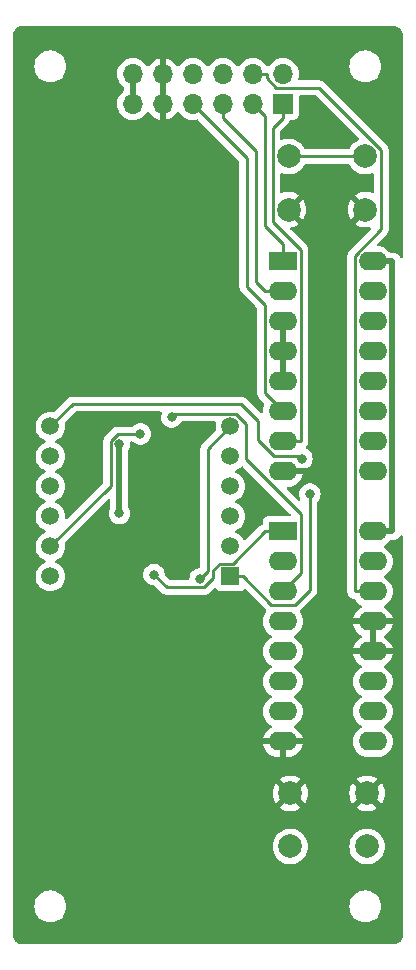
<source format=gtl>
G04 #@! TF.GenerationSoftware,KiCad,Pcbnew,7.0.9-7.0.9~ubuntu20.04.1*
G04 #@! TF.CreationDate,2023-12-20T18:48:09+01:00*
G04 #@! TF.ProjectId,kicad-pmod_7seg,6b696361-642d-4706-9d6f-645f37736567,1.0*
G04 #@! TF.SameCoordinates,Original*
G04 #@! TF.FileFunction,Copper,L1,Top*
G04 #@! TF.FilePolarity,Positive*
%FSLAX46Y46*%
G04 Gerber Fmt 4.6, Leading zero omitted, Abs format (unit mm)*
G04 Created by KiCad (PCBNEW 7.0.9-7.0.9~ubuntu20.04.1) date 2023-12-20 18:48:09*
%MOMM*%
%LPD*%
G01*
G04 APERTURE LIST*
G04 #@! TA.AperFunction,ComponentPad*
%ADD10R,1.700000X1.700000*%
G04 #@! TD*
G04 #@! TA.AperFunction,ComponentPad*
%ADD11O,1.700000X1.700000*%
G04 #@! TD*
G04 #@! TA.AperFunction,ComponentPad*
%ADD12R,2.400000X1.600000*%
G04 #@! TD*
G04 #@! TA.AperFunction,ComponentPad*
%ADD13O,2.400000X1.600000*%
G04 #@! TD*
G04 #@! TA.AperFunction,ComponentPad*
%ADD14R,1.500000X1.500000*%
G04 #@! TD*
G04 #@! TA.AperFunction,ComponentPad*
%ADD15C,1.500000*%
G04 #@! TD*
G04 #@! TA.AperFunction,ComponentPad*
%ADD16C,2.000000*%
G04 #@! TD*
G04 #@! TA.AperFunction,ViaPad*
%ADD17C,0.800000*%
G04 #@! TD*
G04 #@! TA.AperFunction,Conductor*
%ADD18C,0.500000*%
G04 #@! TD*
G04 #@! TA.AperFunction,Conductor*
%ADD19C,0.250000*%
G04 #@! TD*
G04 APERTURE END LIST*
D10*
X139700000Y-50800000D03*
D11*
X139700000Y-48260000D03*
X137160000Y-50800000D03*
X137160000Y-48260000D03*
X134620000Y-50800000D03*
X134620000Y-48260000D03*
X132080000Y-50800000D03*
X132080000Y-48260000D03*
X129540000Y-50800000D03*
X129540000Y-48260000D03*
X127000000Y-50800000D03*
X127000000Y-48260000D03*
D12*
X139700000Y-64135000D03*
D13*
X139700000Y-66675000D03*
X139700000Y-69215000D03*
X139700000Y-71755000D03*
X139700000Y-74295000D03*
X139700000Y-76835000D03*
X139700000Y-79375000D03*
X139700000Y-81915000D03*
X147320000Y-81915000D03*
X147320000Y-79375000D03*
X147320000Y-76835000D03*
X147320000Y-74295000D03*
X147320000Y-71755000D03*
X147320000Y-69215000D03*
X147320000Y-66675000D03*
X147320000Y-64135000D03*
D14*
X135255000Y-90805000D03*
D15*
X135255000Y-88265000D03*
X135255000Y-85725000D03*
X135255000Y-83185000D03*
X135255000Y-80645000D03*
X135255000Y-78105000D03*
X120015000Y-78105000D03*
X120015000Y-80645000D03*
X120015000Y-83185000D03*
X120015000Y-85725000D03*
X120015000Y-88265000D03*
X120015000Y-90805000D03*
D16*
X140185000Y-55245000D03*
X146685000Y-55245000D03*
X140185000Y-59745000D03*
X146685000Y-59745000D03*
X146835000Y-113665000D03*
X140335000Y-113665000D03*
X146835000Y-109165000D03*
X140335000Y-109165000D03*
D12*
X139700000Y-86995000D03*
D13*
X139700000Y-89535000D03*
X139700000Y-92075000D03*
X139700000Y-94615000D03*
X139700000Y-97155000D03*
X139700000Y-99695000D03*
X139700000Y-102235000D03*
X139700000Y-104775000D03*
X147320000Y-104775000D03*
X147320000Y-102235000D03*
X147320000Y-99695000D03*
X147320000Y-97155000D03*
X147320000Y-94615000D03*
X147320000Y-92075000D03*
X147320000Y-89535000D03*
X147320000Y-86995000D03*
D17*
X142875000Y-52070000D03*
X138430000Y-84455000D03*
X131445000Y-81280000D03*
X124460000Y-86995000D03*
X127000000Y-99695000D03*
X125095000Y-53975000D03*
X127635000Y-78740000D03*
X125857000Y-85471000D03*
X125857000Y-79629000D03*
X130288200Y-77319700D03*
X128786100Y-90642600D03*
X141988400Y-83822400D03*
X141312300Y-80833400D03*
X132694500Y-90998100D03*
D18*
X139700000Y-81915000D02*
X143256000Y-81915000D01*
X143256000Y-81915000D02*
X143256000Y-63174000D01*
X143256000Y-63174000D02*
X146685000Y-59745000D01*
D19*
X141988400Y-83822400D02*
X141988400Y-91945600D01*
X141988400Y-91945600D02*
X140733600Y-93200400D01*
X140733600Y-93200400D02*
X138725700Y-93200400D01*
X138725700Y-93200400D02*
X136330300Y-90805000D01*
X136330300Y-90805000D02*
X135255000Y-90805000D01*
X141312300Y-80833400D02*
X141123900Y-80645000D01*
X141123900Y-80645000D02*
X138975900Y-80645000D01*
X138975900Y-80645000D02*
X137590600Y-79259700D01*
X137590600Y-79259700D02*
X137590600Y-77646600D01*
X137590600Y-77646600D02*
X136144000Y-76200000D01*
X136144000Y-76200000D02*
X121920000Y-76200000D01*
X121920000Y-76200000D02*
X120015000Y-78105000D01*
X139700000Y-76835000D02*
X138175000Y-75310000D01*
X138175000Y-75310000D02*
X138175000Y-67817000D01*
X138175000Y-67817000D02*
X136652000Y-66294000D01*
X136652000Y-66294000D02*
X136652000Y-55372000D01*
X136652000Y-55372000D02*
X132080000Y-50800000D01*
X139700000Y-66675000D02*
X138174700Y-66675000D01*
X138174700Y-66675000D02*
X137414000Y-65914300D01*
X137414000Y-65914300D02*
X137414000Y-54769300D01*
X137414000Y-54769300D02*
X134620000Y-51975300D01*
X134620000Y-51975300D02*
X134620000Y-50800000D01*
X137160000Y-50800000D02*
X138176000Y-51816000D01*
X138176000Y-51816000D02*
X138176000Y-61119598D01*
X138176000Y-61119598D02*
X139700000Y-62643598D01*
X139700000Y-62643598D02*
X139700000Y-64135000D01*
X132694500Y-90998100D02*
X133350000Y-90342600D01*
X133350000Y-90342600D02*
X133350000Y-80010000D01*
X133350000Y-80010000D02*
X135255000Y-78105000D01*
X120015000Y-88265000D02*
X125132000Y-83148000D01*
X125132000Y-83148000D02*
X125132000Y-79328695D01*
X125132000Y-79328695D02*
X125720695Y-78740000D01*
X125720695Y-78740000D02*
X127635000Y-78740000D01*
D18*
X125857000Y-79629000D02*
X125857000Y-85471000D01*
D19*
X130578200Y-77029700D02*
X130288200Y-77319700D01*
X135706700Y-77029700D02*
X130578200Y-77029700D01*
X136576000Y-77899000D02*
X135706700Y-77029700D01*
X136576000Y-80848800D02*
X136576000Y-77899000D01*
X141225400Y-85498200D02*
X136576000Y-80848800D01*
X141225400Y-90549600D02*
X141225400Y-85498200D01*
X139700000Y-92075000D02*
X141225400Y-90549600D01*
X139700000Y-86995000D02*
X138174700Y-86995000D01*
X129877500Y-91734000D02*
X128786100Y-90642600D01*
X133041200Y-91734000D02*
X129877500Y-91734000D01*
X133820200Y-90955000D02*
X133041200Y-91734000D01*
X133820200Y-90265700D02*
X133820200Y-90955000D01*
X134356300Y-89729600D02*
X133820200Y-90265700D01*
X135440100Y-89729600D02*
X134356300Y-89729600D01*
X138174700Y-86995000D02*
X135440100Y-89729600D01*
X146685000Y-55245000D02*
X140185000Y-55245000D01*
X138335300Y-48627400D02*
X138335300Y-48260000D01*
X139143200Y-49435300D02*
X138335300Y-48627400D01*
X142776200Y-49435300D02*
X139143200Y-49435300D01*
X148031000Y-54690100D02*
X142776200Y-49435300D01*
X148031000Y-61397100D02*
X148031000Y-54690100D01*
X145794700Y-63633400D02*
X148031000Y-61397100D01*
X145794700Y-92075000D02*
X145794700Y-63633400D01*
X147320000Y-92075000D02*
X145794700Y-92075000D01*
X137160000Y-48260000D02*
X138335300Y-48260000D01*
X138847100Y-52828200D02*
X139700000Y-51975300D01*
X138847100Y-60805900D02*
X138847100Y-52828200D01*
X141225300Y-63184100D02*
X138847100Y-60805900D01*
X141225300Y-79375000D02*
X141225300Y-63184100D01*
X139700000Y-79375000D02*
X141225300Y-79375000D01*
X139700000Y-50800000D02*
X139700000Y-51975300D01*
D18*
X129540000Y-48260000D02*
X129540000Y-50800000D01*
X147320000Y-94615000D02*
X147320000Y-97155000D01*
X127000000Y-48260000D02*
X127000000Y-50800000D01*
X139700000Y-69215000D02*
X139700000Y-71755000D01*
X139700000Y-71755000D02*
X139700000Y-74295000D01*
X148970300Y-86995000D02*
X148970300Y-64135000D01*
X147320000Y-86995000D02*
X148970300Y-86995000D01*
X147320000Y-64135000D02*
X148970300Y-64135000D01*
G04 #@! TA.AperFunction,Conductor*
G36*
X149101034Y-44196799D02*
G01*
X149108744Y-44197558D01*
X149133266Y-44199973D01*
X149243728Y-44212419D01*
X149265823Y-44216975D01*
X149319045Y-44233120D01*
X149398132Y-44260794D01*
X149415607Y-44268467D01*
X149468933Y-44296970D01*
X149472641Y-44299123D01*
X149534057Y-44337712D01*
X149542257Y-44342865D01*
X149548609Y-44347439D01*
X149600264Y-44389831D01*
X149604765Y-44393910D01*
X149662087Y-44451232D01*
X149666167Y-44455734D01*
X149708559Y-44507389D01*
X149713133Y-44513741D01*
X149756862Y-44583334D01*
X149759039Y-44587085D01*
X149764244Y-44596821D01*
X149787528Y-44640384D01*
X149795210Y-44657881D01*
X149822881Y-44736960D01*
X149839021Y-44790167D01*
X149843580Y-44812278D01*
X149856027Y-44922742D01*
X149859201Y-44954968D01*
X149859500Y-44961050D01*
X149859500Y-63701147D01*
X149839815Y-63768186D01*
X149787011Y-63813941D01*
X149717853Y-63823885D01*
X149654297Y-63794860D01*
X149628112Y-63763146D01*
X149624675Y-63757193D01*
X149586415Y-63705802D01*
X149584346Y-63702847D01*
X149558067Y-63662892D01*
X149549130Y-63649304D01*
X149540972Y-63641607D01*
X149526604Y-63625462D01*
X149519909Y-63616469D01*
X149470824Y-63575282D01*
X149468130Y-63572884D01*
X149448508Y-63554372D01*
X149421518Y-63528908D01*
X149411803Y-63523299D01*
X149394104Y-63510906D01*
X149385514Y-63503698D01*
X149385512Y-63503697D01*
X149385511Y-63503696D01*
X149328240Y-63474934D01*
X149325080Y-63473230D01*
X149297106Y-63457079D01*
X149269582Y-63441188D01*
X149264976Y-63439809D01*
X149258834Y-63437970D01*
X149238760Y-63429995D01*
X149228733Y-63424960D01*
X149228732Y-63424959D01*
X149228731Y-63424959D01*
X149166387Y-63410182D01*
X149162905Y-63409249D01*
X149101511Y-63390870D01*
X149090310Y-63390217D01*
X149068938Y-63387086D01*
X149058024Y-63384500D01*
X149058021Y-63384500D01*
X148993941Y-63384500D01*
X148990340Y-63384395D01*
X148926365Y-63380669D01*
X148926364Y-63380669D01*
X148915323Y-63382616D01*
X148893791Y-63384500D01*
X148846663Y-63384500D01*
X148779624Y-63364815D01*
X148745088Y-63331623D01*
X148720045Y-63295858D01*
X148559141Y-63134954D01*
X148372734Y-63004432D01*
X148372732Y-63004431D01*
X148166497Y-62908261D01*
X148166488Y-62908258D01*
X147946697Y-62849366D01*
X147946687Y-62849364D01*
X147776784Y-62834500D01*
X147777552Y-62834500D01*
X147710513Y-62814815D01*
X147664758Y-62762011D01*
X147654814Y-62692853D01*
X147683839Y-62629297D01*
X147689871Y-62622819D01*
X148233320Y-62079369D01*
X148414786Y-61897902D01*
X148427048Y-61888080D01*
X148426865Y-61887859D01*
X148432867Y-61882892D01*
X148432877Y-61882886D01*
X148480241Y-61832448D01*
X148501120Y-61811570D01*
X148505370Y-61806089D01*
X148509151Y-61801661D01*
X148541062Y-61767682D01*
X148550713Y-61750124D01*
X148561396Y-61733861D01*
X148573673Y-61718036D01*
X148592183Y-61675258D01*
X148594743Y-61670032D01*
X148617197Y-61629192D01*
X148622178Y-61609787D01*
X148628482Y-61591379D01*
X148636438Y-61572995D01*
X148643729Y-61526953D01*
X148644908Y-61521262D01*
X148656500Y-61476119D01*
X148656500Y-61456083D01*
X148658027Y-61436682D01*
X148661160Y-61416904D01*
X148656775Y-61370515D01*
X148656500Y-61364677D01*
X148656500Y-54772837D01*
X148658224Y-54757223D01*
X148657938Y-54757196D01*
X148658672Y-54749433D01*
X148656500Y-54680302D01*
X148656500Y-54650751D01*
X148656500Y-54650750D01*
X148655629Y-54643859D01*
X148655172Y-54638045D01*
X148654589Y-54619500D01*
X148653709Y-54591472D01*
X148648120Y-54572237D01*
X148644174Y-54553184D01*
X148641664Y-54533308D01*
X148624501Y-54489959D01*
X148622614Y-54484446D01*
X148609617Y-54439710D01*
X148609616Y-54439708D01*
X148599421Y-54422469D01*
X148590860Y-54404993D01*
X148583486Y-54386369D01*
X148583486Y-54386367D01*
X148573474Y-54372588D01*
X148556083Y-54348650D01*
X148552900Y-54343805D01*
X148529170Y-54303679D01*
X148529165Y-54303673D01*
X148515005Y-54289513D01*
X148502370Y-54274720D01*
X148490593Y-54258512D01*
X148454693Y-54228813D01*
X148450381Y-54224890D01*
X143277003Y-49051512D01*
X143267180Y-49039250D01*
X143266959Y-49039434D01*
X143261986Y-49033423D01*
X143211564Y-48986073D01*
X143200991Y-48975500D01*
X143190675Y-48965183D01*
X143185186Y-48960925D01*
X143180761Y-48957147D01*
X143146782Y-48925238D01*
X143146780Y-48925236D01*
X143146777Y-48925235D01*
X143129229Y-48915588D01*
X143112963Y-48904904D01*
X143108937Y-48901781D01*
X143097136Y-48892627D01*
X143097135Y-48892626D01*
X143097133Y-48892625D01*
X143054368Y-48874118D01*
X143049122Y-48871548D01*
X143008293Y-48849103D01*
X143008292Y-48849102D01*
X142988893Y-48844122D01*
X142970481Y-48837818D01*
X142952098Y-48829862D01*
X142952092Y-48829860D01*
X142906074Y-48822572D01*
X142900352Y-48821387D01*
X142855221Y-48809800D01*
X142855219Y-48809800D01*
X142835184Y-48809800D01*
X142815786Y-48808273D01*
X142808362Y-48807097D01*
X142796005Y-48805140D01*
X142796004Y-48805140D01*
X142749616Y-48809525D01*
X142743778Y-48809800D01*
X141112423Y-48809800D01*
X141045384Y-48790115D01*
X140999629Y-48737311D01*
X140989685Y-48668153D01*
X140992648Y-48653707D01*
X141012371Y-48580093D01*
X141035063Y-48495408D01*
X141055659Y-48260000D01*
X141035063Y-48024592D01*
X140973903Y-47796337D01*
X140894007Y-47625000D01*
X145329341Y-47625000D01*
X145349936Y-47860403D01*
X145349938Y-47860413D01*
X145411094Y-48088655D01*
X145411096Y-48088659D01*
X145411097Y-48088663D01*
X145457471Y-48188111D01*
X145510964Y-48302828D01*
X145510965Y-48302830D01*
X145646505Y-48496402D01*
X145813597Y-48663494D01*
X146007169Y-48799034D01*
X146007171Y-48799035D01*
X146221337Y-48898903D01*
X146449592Y-48960063D01*
X146626034Y-48975500D01*
X146743966Y-48975500D01*
X146920408Y-48960063D01*
X147148663Y-48898903D01*
X147362829Y-48799035D01*
X147556401Y-48663495D01*
X147723495Y-48496401D01*
X147859035Y-48302830D01*
X147958903Y-48088663D01*
X148020063Y-47860408D01*
X148040659Y-47625000D01*
X148020063Y-47389592D01*
X147958903Y-47161337D01*
X147859035Y-46947171D01*
X147859034Y-46947169D01*
X147723494Y-46753597D01*
X147556402Y-46586505D01*
X147362830Y-46450965D01*
X147362828Y-46450964D01*
X147255746Y-46401031D01*
X147148663Y-46351097D01*
X147148659Y-46351096D01*
X147148655Y-46351094D01*
X146920413Y-46289938D01*
X146920403Y-46289936D01*
X146743966Y-46274500D01*
X146626034Y-46274500D01*
X146449596Y-46289936D01*
X146449586Y-46289938D01*
X146221344Y-46351094D01*
X146221335Y-46351098D01*
X146007171Y-46450964D01*
X146007169Y-46450965D01*
X145813597Y-46586505D01*
X145646506Y-46753597D01*
X145646501Y-46753604D01*
X145510967Y-46947165D01*
X145510965Y-46947169D01*
X145411098Y-47161335D01*
X145411094Y-47161344D01*
X145349938Y-47389586D01*
X145349936Y-47389596D01*
X145329341Y-47624999D01*
X145329341Y-47625000D01*
X140894007Y-47625000D01*
X140874035Y-47582171D01*
X140868731Y-47574595D01*
X140738494Y-47388597D01*
X140571402Y-47221506D01*
X140571395Y-47221501D01*
X140377834Y-47085967D01*
X140377830Y-47085965D01*
X140377828Y-47085964D01*
X140163663Y-46986097D01*
X140163659Y-46986096D01*
X140163655Y-46986094D01*
X139935413Y-46924938D01*
X139935403Y-46924936D01*
X139700001Y-46904341D01*
X139699999Y-46904341D01*
X139464596Y-46924936D01*
X139464586Y-46924938D01*
X139236344Y-46986094D01*
X139236335Y-46986098D01*
X139022171Y-47085964D01*
X139022169Y-47085965D01*
X138828597Y-47221505D01*
X138661505Y-47388597D01*
X138531575Y-47574158D01*
X138476998Y-47617783D01*
X138407500Y-47624977D01*
X138345145Y-47593454D01*
X138328425Y-47574158D01*
X138198494Y-47388597D01*
X138031402Y-47221506D01*
X138031395Y-47221501D01*
X137837834Y-47085967D01*
X137837830Y-47085965D01*
X137837828Y-47085964D01*
X137623663Y-46986097D01*
X137623659Y-46986096D01*
X137623655Y-46986094D01*
X137395413Y-46924938D01*
X137395403Y-46924936D01*
X137160001Y-46904341D01*
X137159999Y-46904341D01*
X136924596Y-46924936D01*
X136924586Y-46924938D01*
X136696344Y-46986094D01*
X136696335Y-46986098D01*
X136482171Y-47085964D01*
X136482169Y-47085965D01*
X136288597Y-47221505D01*
X136121505Y-47388597D01*
X135991575Y-47574158D01*
X135936998Y-47617783D01*
X135867500Y-47624977D01*
X135805145Y-47593454D01*
X135788425Y-47574158D01*
X135658494Y-47388597D01*
X135491402Y-47221506D01*
X135491395Y-47221501D01*
X135297834Y-47085967D01*
X135297830Y-47085965D01*
X135297828Y-47085964D01*
X135083663Y-46986097D01*
X135083659Y-46986096D01*
X135083655Y-46986094D01*
X134855413Y-46924938D01*
X134855403Y-46924936D01*
X134620001Y-46904341D01*
X134619999Y-46904341D01*
X134384596Y-46924936D01*
X134384586Y-46924938D01*
X134156344Y-46986094D01*
X134156335Y-46986098D01*
X133942171Y-47085964D01*
X133942169Y-47085965D01*
X133748597Y-47221505D01*
X133581505Y-47388597D01*
X133451575Y-47574158D01*
X133396998Y-47617783D01*
X133327500Y-47624977D01*
X133265145Y-47593454D01*
X133248425Y-47574158D01*
X133118494Y-47388597D01*
X132951402Y-47221506D01*
X132951395Y-47221501D01*
X132757834Y-47085967D01*
X132757830Y-47085965D01*
X132757828Y-47085964D01*
X132543663Y-46986097D01*
X132543659Y-46986096D01*
X132543655Y-46986094D01*
X132315413Y-46924938D01*
X132315403Y-46924936D01*
X132080001Y-46904341D01*
X132079999Y-46904341D01*
X131844596Y-46924936D01*
X131844586Y-46924938D01*
X131616344Y-46986094D01*
X131616335Y-46986098D01*
X131402171Y-47085964D01*
X131402169Y-47085965D01*
X131208597Y-47221505D01*
X131041508Y-47388594D01*
X130911269Y-47574595D01*
X130856692Y-47618219D01*
X130787193Y-47625412D01*
X130724839Y-47593890D01*
X130708119Y-47574594D01*
X130578113Y-47388926D01*
X130578108Y-47388920D01*
X130411082Y-47221894D01*
X130217578Y-47086399D01*
X130003492Y-46986570D01*
X130003486Y-46986567D01*
X129790000Y-46929364D01*
X129790000Y-47824498D01*
X129682315Y-47775320D01*
X129575763Y-47760000D01*
X129504237Y-47760000D01*
X129397685Y-47775320D01*
X129290000Y-47824498D01*
X129290000Y-46929364D01*
X129289999Y-46929364D01*
X129076513Y-46986567D01*
X129076507Y-46986570D01*
X128862422Y-47086399D01*
X128862420Y-47086400D01*
X128668926Y-47221886D01*
X128668920Y-47221891D01*
X128501891Y-47388920D01*
X128501890Y-47388922D01*
X128371880Y-47574595D01*
X128317303Y-47618219D01*
X128247804Y-47625412D01*
X128185450Y-47593890D01*
X128168730Y-47574594D01*
X128038494Y-47388597D01*
X127871402Y-47221506D01*
X127871395Y-47221501D01*
X127677834Y-47085967D01*
X127677830Y-47085965D01*
X127677828Y-47085964D01*
X127463663Y-46986097D01*
X127463659Y-46986096D01*
X127463655Y-46986094D01*
X127235413Y-46924938D01*
X127235403Y-46924936D01*
X127000001Y-46904341D01*
X126999999Y-46904341D01*
X126764596Y-46924936D01*
X126764586Y-46924938D01*
X126536344Y-46986094D01*
X126536335Y-46986098D01*
X126322171Y-47085964D01*
X126322169Y-47085965D01*
X126128597Y-47221505D01*
X125961505Y-47388597D01*
X125825965Y-47582169D01*
X125825964Y-47582171D01*
X125726098Y-47796335D01*
X125726094Y-47796344D01*
X125664938Y-48024586D01*
X125664936Y-48024596D01*
X125644341Y-48259999D01*
X125644341Y-48260000D01*
X125664936Y-48495403D01*
X125664938Y-48495413D01*
X125726094Y-48723655D01*
X125726096Y-48723659D01*
X125726097Y-48723663D01*
X125805801Y-48894588D01*
X125825965Y-48937830D01*
X125825967Y-48937834D01*
X125905566Y-49051512D01*
X125961504Y-49131400D01*
X125961506Y-49131402D01*
X126128595Y-49298492D01*
X126128598Y-49298494D01*
X126128599Y-49298495D01*
X126196623Y-49346125D01*
X126240248Y-49400701D01*
X126249500Y-49447700D01*
X126249500Y-49612298D01*
X126229815Y-49679337D01*
X126196625Y-49713872D01*
X126128595Y-49761507D01*
X125961505Y-49928597D01*
X125825965Y-50122169D01*
X125825964Y-50122171D01*
X125726098Y-50336335D01*
X125726094Y-50336344D01*
X125664938Y-50564586D01*
X125664936Y-50564596D01*
X125644341Y-50799999D01*
X125644341Y-50800000D01*
X125664936Y-51035403D01*
X125664938Y-51035413D01*
X125726094Y-51263655D01*
X125726096Y-51263659D01*
X125726097Y-51263663D01*
X125805801Y-51434588D01*
X125825965Y-51477830D01*
X125825967Y-51477834D01*
X125934281Y-51632521D01*
X125961505Y-51671401D01*
X126128599Y-51838495D01*
X126225384Y-51906265D01*
X126322165Y-51974032D01*
X126322167Y-51974033D01*
X126322170Y-51974035D01*
X126536337Y-52073903D01*
X126764592Y-52135063D01*
X126948977Y-52151195D01*
X126999999Y-52155659D01*
X127000000Y-52155659D01*
X127000001Y-52155659D01*
X127039234Y-52152226D01*
X127235408Y-52135063D01*
X127463663Y-52073903D01*
X127677830Y-51974035D01*
X127871401Y-51838495D01*
X128038495Y-51671401D01*
X128168730Y-51485405D01*
X128223307Y-51441781D01*
X128292805Y-51434587D01*
X128355160Y-51466110D01*
X128371879Y-51485405D01*
X128501890Y-51671078D01*
X128668917Y-51838105D01*
X128862421Y-51973600D01*
X129076507Y-52073429D01*
X129076516Y-52073433D01*
X129290000Y-52130634D01*
X129290000Y-51235501D01*
X129397685Y-51284680D01*
X129504237Y-51300000D01*
X129575763Y-51300000D01*
X129682315Y-51284680D01*
X129790000Y-51235501D01*
X129790000Y-52130633D01*
X130003483Y-52073433D01*
X130003492Y-52073429D01*
X130217578Y-51973600D01*
X130411082Y-51838105D01*
X130578105Y-51671082D01*
X130708119Y-51485405D01*
X130762696Y-51441781D01*
X130832195Y-51434588D01*
X130894549Y-51466110D01*
X130911269Y-51485405D01*
X131041505Y-51671401D01*
X131208599Y-51838495D01*
X131305384Y-51906265D01*
X131402165Y-51974032D01*
X131402167Y-51974033D01*
X131402170Y-51974035D01*
X131616337Y-52073903D01*
X131844592Y-52135063D01*
X132028977Y-52151195D01*
X132079999Y-52155659D01*
X132080000Y-52155659D01*
X132080001Y-52155659D01*
X132119234Y-52152226D01*
X132315408Y-52135063D01*
X132415873Y-52108143D01*
X132485722Y-52109806D01*
X132535647Y-52140237D01*
X135990181Y-55594771D01*
X136023666Y-55656094D01*
X136026500Y-55682452D01*
X136026500Y-66211255D01*
X136024775Y-66226872D01*
X136025061Y-66226899D01*
X136024326Y-66234665D01*
X136026500Y-66303814D01*
X136026500Y-66333343D01*
X136026501Y-66333360D01*
X136027368Y-66340231D01*
X136027826Y-66346050D01*
X136029290Y-66392624D01*
X136029291Y-66392627D01*
X136034880Y-66411867D01*
X136038824Y-66430911D01*
X136041336Y-66450791D01*
X136058490Y-66494119D01*
X136060382Y-66499647D01*
X136073381Y-66544388D01*
X136083580Y-66561634D01*
X136092138Y-66579103D01*
X136099514Y-66597732D01*
X136126898Y-66635423D01*
X136130106Y-66640307D01*
X136153827Y-66680416D01*
X136153833Y-66680424D01*
X136167990Y-66694580D01*
X136180628Y-66709376D01*
X136192405Y-66725586D01*
X136192406Y-66725587D01*
X136228309Y-66755288D01*
X136232620Y-66759210D01*
X137350292Y-67876882D01*
X137513181Y-68039771D01*
X137546666Y-68101094D01*
X137549500Y-68127452D01*
X137549500Y-75227255D01*
X137547775Y-75242872D01*
X137548061Y-75242899D01*
X137547326Y-75250665D01*
X137549500Y-75319814D01*
X137549500Y-75349343D01*
X137549501Y-75349360D01*
X137550368Y-75356231D01*
X137550826Y-75362050D01*
X137552290Y-75408624D01*
X137552291Y-75408627D01*
X137557880Y-75427867D01*
X137561824Y-75446911D01*
X137564336Y-75466791D01*
X137581490Y-75510119D01*
X137583382Y-75515647D01*
X137596382Y-75560390D01*
X137606376Y-75577290D01*
X137606580Y-75577634D01*
X137615136Y-75595100D01*
X137620570Y-75608822D01*
X137622514Y-75613732D01*
X137649898Y-75651423D01*
X137653106Y-75656307D01*
X137676827Y-75696416D01*
X137676833Y-75696424D01*
X137690990Y-75710580D01*
X137703628Y-75725376D01*
X137715405Y-75741586D01*
X137715406Y-75741587D01*
X137751309Y-75771288D01*
X137755620Y-75775210D01*
X138105887Y-76125477D01*
X138139372Y-76186800D01*
X138134388Y-76256492D01*
X138130589Y-76265562D01*
X138073260Y-76388506D01*
X138073258Y-76388511D01*
X138014366Y-76608302D01*
X138014364Y-76608313D01*
X137994532Y-76834998D01*
X137994532Y-76835005D01*
X137996568Y-76858282D01*
X137982800Y-76926782D01*
X137934184Y-76976964D01*
X137866155Y-76992896D01*
X137800312Y-76969519D01*
X137785359Y-76956768D01*
X136644803Y-75816212D01*
X136634980Y-75803950D01*
X136634759Y-75804134D01*
X136629786Y-75798123D01*
X136611159Y-75780631D01*
X136579364Y-75750773D01*
X136568919Y-75740328D01*
X136558475Y-75729883D01*
X136552986Y-75725625D01*
X136548561Y-75721847D01*
X136514582Y-75689938D01*
X136514580Y-75689936D01*
X136514577Y-75689935D01*
X136497029Y-75680288D01*
X136480763Y-75669604D01*
X136464933Y-75657325D01*
X136422168Y-75638818D01*
X136416922Y-75636248D01*
X136376093Y-75613803D01*
X136376092Y-75613802D01*
X136356693Y-75608822D01*
X136338281Y-75602518D01*
X136319898Y-75594562D01*
X136319892Y-75594560D01*
X136273874Y-75587272D01*
X136268152Y-75586087D01*
X136223021Y-75574500D01*
X136223019Y-75574500D01*
X136202984Y-75574500D01*
X136183586Y-75572973D01*
X136176162Y-75571797D01*
X136163805Y-75569840D01*
X136163804Y-75569840D01*
X136117416Y-75574225D01*
X136111578Y-75574500D01*
X122002743Y-75574500D01*
X121987122Y-75572775D01*
X121987096Y-75573061D01*
X121979334Y-75572327D01*
X121979333Y-75572327D01*
X121910186Y-75574500D01*
X121880649Y-75574500D01*
X121873766Y-75575369D01*
X121867949Y-75575826D01*
X121821373Y-75577290D01*
X121802129Y-75582881D01*
X121783079Y-75586825D01*
X121763211Y-75589334D01*
X121719884Y-75606488D01*
X121714358Y-75608379D01*
X121669614Y-75621379D01*
X121669610Y-75621381D01*
X121652366Y-75631579D01*
X121634905Y-75640133D01*
X121616274Y-75647510D01*
X121616262Y-75647517D01*
X121578570Y-75674902D01*
X121573687Y-75678109D01*
X121533580Y-75701829D01*
X121519414Y-75715995D01*
X121504624Y-75728627D01*
X121488414Y-75740404D01*
X121488411Y-75740407D01*
X121458710Y-75776309D01*
X121454777Y-75780631D01*
X120388997Y-76846411D01*
X120327674Y-76879896D01*
X120269223Y-76878505D01*
X120232977Y-76868793D01*
X120015002Y-76849723D01*
X120014998Y-76849723D01*
X119876738Y-76861819D01*
X119797023Y-76868793D01*
X119797020Y-76868793D01*
X119585677Y-76925422D01*
X119585668Y-76925426D01*
X119387361Y-77017898D01*
X119387357Y-77017900D01*
X119208121Y-77143402D01*
X119053402Y-77298121D01*
X118927900Y-77477357D01*
X118927898Y-77477361D01*
X118835426Y-77675668D01*
X118835422Y-77675677D01*
X118778793Y-77887020D01*
X118778793Y-77887024D01*
X118759723Y-78104997D01*
X118759723Y-78105002D01*
X118778793Y-78322975D01*
X118778793Y-78322979D01*
X118835422Y-78534322D01*
X118835424Y-78534326D01*
X118835425Y-78534330D01*
X118881661Y-78633484D01*
X118927897Y-78732638D01*
X118927898Y-78732639D01*
X119053402Y-78911877D01*
X119208123Y-79066598D01*
X119387360Y-79192101D01*
X119387361Y-79192102D01*
X119538583Y-79262618D01*
X119591022Y-79308790D01*
X119610174Y-79375984D01*
X119589958Y-79442865D01*
X119538583Y-79487382D01*
X119387361Y-79557898D01*
X119387357Y-79557900D01*
X119208121Y-79683402D01*
X119053402Y-79838121D01*
X118927900Y-80017357D01*
X118927898Y-80017361D01*
X118835426Y-80215668D01*
X118835422Y-80215677D01*
X118778793Y-80427020D01*
X118778793Y-80427024D01*
X118759723Y-80644997D01*
X118759723Y-80645002D01*
X118763508Y-80688261D01*
X118776205Y-80833400D01*
X118778793Y-80862975D01*
X118778793Y-80862979D01*
X118835422Y-81074322D01*
X118835424Y-81074326D01*
X118835425Y-81074330D01*
X118836287Y-81076178D01*
X118927897Y-81272638D01*
X118927898Y-81272639D01*
X119053402Y-81451877D01*
X119208123Y-81606598D01*
X119333720Y-81694542D01*
X119387361Y-81732102D01*
X119538583Y-81802618D01*
X119591022Y-81848790D01*
X119610174Y-81915984D01*
X119589958Y-81982865D01*
X119538583Y-82027382D01*
X119387361Y-82097898D01*
X119387357Y-82097900D01*
X119208121Y-82223402D01*
X119053402Y-82378121D01*
X118927900Y-82557357D01*
X118927898Y-82557361D01*
X118835426Y-82755668D01*
X118835422Y-82755677D01*
X118778793Y-82967020D01*
X118778793Y-82967024D01*
X118759723Y-83184997D01*
X118759723Y-83185002D01*
X118778793Y-83402975D01*
X118778793Y-83402979D01*
X118835422Y-83614322D01*
X118835424Y-83614326D01*
X118835425Y-83614330D01*
X118881661Y-83713484D01*
X118927897Y-83812638D01*
X118927898Y-83812639D01*
X119053402Y-83991877D01*
X119208123Y-84146598D01*
X119384031Y-84269770D01*
X119387361Y-84272102D01*
X119538583Y-84342618D01*
X119591022Y-84388790D01*
X119610174Y-84455984D01*
X119589958Y-84522865D01*
X119538583Y-84567382D01*
X119387361Y-84637898D01*
X119387357Y-84637900D01*
X119208121Y-84763402D01*
X119053402Y-84918121D01*
X118927900Y-85097357D01*
X118927898Y-85097361D01*
X118835426Y-85295668D01*
X118835422Y-85295677D01*
X118778793Y-85507020D01*
X118778793Y-85507024D01*
X118759723Y-85724997D01*
X118759723Y-85725002D01*
X118778793Y-85942975D01*
X118778793Y-85942979D01*
X118835422Y-86154322D01*
X118835424Y-86154326D01*
X118835425Y-86154330D01*
X118876057Y-86241466D01*
X118927897Y-86352638D01*
X118945257Y-86377430D01*
X119053402Y-86531877D01*
X119208123Y-86686598D01*
X119387360Y-86812101D01*
X119387361Y-86812102D01*
X119538583Y-86882618D01*
X119591022Y-86928790D01*
X119610174Y-86995984D01*
X119589958Y-87062865D01*
X119538583Y-87107382D01*
X119387361Y-87177898D01*
X119387357Y-87177900D01*
X119208121Y-87303402D01*
X119053402Y-87458121D01*
X118927900Y-87637357D01*
X118927898Y-87637361D01*
X118835426Y-87835668D01*
X118835422Y-87835677D01*
X118778793Y-88047020D01*
X118778793Y-88047024D01*
X118759723Y-88264997D01*
X118759723Y-88265002D01*
X118762160Y-88292861D01*
X118775629Y-88446816D01*
X118778793Y-88482975D01*
X118778793Y-88482979D01*
X118835422Y-88694322D01*
X118835424Y-88694326D01*
X118835425Y-88694330D01*
X118836138Y-88695858D01*
X118927897Y-88892638D01*
X118927898Y-88892639D01*
X119053402Y-89071877D01*
X119208123Y-89226598D01*
X119387360Y-89352101D01*
X119387361Y-89352102D01*
X119538583Y-89422618D01*
X119591022Y-89468790D01*
X119610174Y-89535984D01*
X119589958Y-89602865D01*
X119538583Y-89647382D01*
X119387361Y-89717898D01*
X119387357Y-89717900D01*
X119208121Y-89843402D01*
X119053402Y-89998121D01*
X118927900Y-90177357D01*
X118927898Y-90177361D01*
X118835426Y-90375668D01*
X118835422Y-90375677D01*
X118778793Y-90587020D01*
X118778793Y-90587023D01*
X118759723Y-90805000D01*
X118777734Y-91010877D01*
X118778793Y-91022975D01*
X118778793Y-91022979D01*
X118835422Y-91234322D01*
X118835424Y-91234326D01*
X118835425Y-91234330D01*
X118836138Y-91235858D01*
X118927897Y-91432638D01*
X118927898Y-91432639D01*
X119053402Y-91611877D01*
X119208123Y-91766598D01*
X119387361Y-91892102D01*
X119585670Y-91984575D01*
X119797023Y-92041207D01*
X119979926Y-92057208D01*
X120014998Y-92060277D01*
X120015000Y-92060277D01*
X120015002Y-92060277D01*
X120043254Y-92057805D01*
X120232977Y-92041207D01*
X120444330Y-91984575D01*
X120642639Y-91892102D01*
X120821877Y-91766598D01*
X120976598Y-91611877D01*
X121102102Y-91432639D01*
X121194575Y-91234330D01*
X121251207Y-91022977D01*
X121270277Y-90805000D01*
X121251207Y-90587023D01*
X121194575Y-90375670D01*
X121102102Y-90177362D01*
X121102100Y-90177359D01*
X121102099Y-90177357D01*
X120976599Y-89998124D01*
X120925991Y-89947516D01*
X120821877Y-89843402D01*
X120642639Y-89717898D01*
X120491414Y-89647381D01*
X120438977Y-89601210D01*
X120419825Y-89534016D01*
X120440041Y-89467135D01*
X120491414Y-89422618D01*
X120642639Y-89352102D01*
X120821877Y-89226598D01*
X120976598Y-89071877D01*
X121102102Y-88892639D01*
X121194575Y-88694330D01*
X121251207Y-88482977D01*
X121270277Y-88265000D01*
X121251207Y-88047023D01*
X121241494Y-88010774D01*
X121243157Y-87940925D01*
X121273586Y-87891002D01*
X124894821Y-84269768D01*
X124956142Y-84236285D01*
X125025834Y-84241269D01*
X125081767Y-84283141D01*
X125106184Y-84348605D01*
X125106500Y-84357451D01*
X125106500Y-84936677D01*
X125089887Y-84998677D01*
X125029821Y-85102714D01*
X124971327Y-85282740D01*
X124971326Y-85282744D01*
X124951540Y-85471000D01*
X124971326Y-85659256D01*
X124971327Y-85659259D01*
X125029818Y-85839277D01*
X125029821Y-85839284D01*
X125124467Y-86003216D01*
X125200372Y-86087517D01*
X125251129Y-86143888D01*
X125404265Y-86255148D01*
X125404270Y-86255151D01*
X125577192Y-86332142D01*
X125577197Y-86332144D01*
X125762354Y-86371500D01*
X125762355Y-86371500D01*
X125951644Y-86371500D01*
X125951646Y-86371500D01*
X126136803Y-86332144D01*
X126309730Y-86255151D01*
X126462871Y-86143888D01*
X126589533Y-86003216D01*
X126684179Y-85839284D01*
X126742674Y-85659256D01*
X126762460Y-85471000D01*
X126742674Y-85282744D01*
X126684179Y-85102716D01*
X126653732Y-85049979D01*
X126624113Y-84998677D01*
X126607500Y-84936677D01*
X126607500Y-80163321D01*
X126624113Y-80101321D01*
X126651115Y-80054552D01*
X126684179Y-79997284D01*
X126742674Y-79817256D01*
X126762460Y-79629000D01*
X126749160Y-79502459D01*
X126761730Y-79433732D01*
X126809462Y-79382708D01*
X126872481Y-79365500D01*
X126931252Y-79365500D01*
X126998291Y-79385185D01*
X127023400Y-79406526D01*
X127029126Y-79412885D01*
X127029130Y-79412889D01*
X127182265Y-79524148D01*
X127182270Y-79524151D01*
X127355192Y-79601142D01*
X127355197Y-79601144D01*
X127540354Y-79640500D01*
X127540355Y-79640500D01*
X127729644Y-79640500D01*
X127729646Y-79640500D01*
X127914803Y-79601144D01*
X128087730Y-79524151D01*
X128240871Y-79412888D01*
X128367533Y-79272216D01*
X128462179Y-79108284D01*
X128520674Y-78928256D01*
X128540460Y-78740000D01*
X128520674Y-78551744D01*
X128462179Y-78371716D01*
X128367533Y-78207784D01*
X128240871Y-78067112D01*
X128240870Y-78067111D01*
X128087734Y-77955851D01*
X128087729Y-77955848D01*
X127914807Y-77878857D01*
X127914802Y-77878855D01*
X127769001Y-77847865D01*
X127729646Y-77839500D01*
X127540354Y-77839500D01*
X127507897Y-77846398D01*
X127355197Y-77878855D01*
X127355192Y-77878857D01*
X127182270Y-77955848D01*
X127182265Y-77955851D01*
X127029130Y-78067110D01*
X127029126Y-78067114D01*
X127023400Y-78073474D01*
X126963913Y-78110121D01*
X126931252Y-78114500D01*
X125803432Y-78114500D01*
X125787815Y-78112776D01*
X125787788Y-78113062D01*
X125780026Y-78112327D01*
X125710898Y-78114500D01*
X125681345Y-78114500D01*
X125680624Y-78114590D01*
X125674452Y-78115369D01*
X125668640Y-78115826D01*
X125622067Y-78117290D01*
X125622064Y-78117291D01*
X125602821Y-78122881D01*
X125583778Y-78126825D01*
X125563899Y-78129336D01*
X125563898Y-78129337D01*
X125520573Y-78146490D01*
X125515047Y-78148382D01*
X125470303Y-78161383D01*
X125470299Y-78161385D01*
X125453060Y-78171580D01*
X125435593Y-78180137D01*
X125416964Y-78187512D01*
X125416962Y-78187513D01*
X125379259Y-78214906D01*
X125374377Y-78218112D01*
X125334275Y-78241828D01*
X125320103Y-78256000D01*
X125305318Y-78268628D01*
X125289107Y-78280407D01*
X125259404Y-78316310D01*
X125255472Y-78320631D01*
X124748208Y-78827894D01*
X124735951Y-78837715D01*
X124736134Y-78837936D01*
X124730123Y-78842908D01*
X124682772Y-78893331D01*
X124661889Y-78914214D01*
X124661877Y-78914227D01*
X124657621Y-78919712D01*
X124653837Y-78924142D01*
X124621937Y-78958113D01*
X124621936Y-78958115D01*
X124612284Y-78975671D01*
X124601610Y-78991921D01*
X124589329Y-79007756D01*
X124589324Y-79007763D01*
X124570815Y-79050533D01*
X124568245Y-79055779D01*
X124545803Y-79096601D01*
X124540822Y-79116002D01*
X124534521Y-79134405D01*
X124526562Y-79152797D01*
X124526561Y-79152800D01*
X124519271Y-79198822D01*
X124518087Y-79204541D01*
X124506501Y-79249667D01*
X124506500Y-79249677D01*
X124506500Y-79269711D01*
X124504973Y-79289110D01*
X124501840Y-79308889D01*
X124501840Y-79308890D01*
X124506225Y-79355278D01*
X124506500Y-79361116D01*
X124506500Y-82837546D01*
X124486815Y-82904585D01*
X124470181Y-82925227D01*
X121472815Y-85922592D01*
X121411492Y-85956077D01*
X121341800Y-85951093D01*
X121285867Y-85909221D01*
X121261450Y-85843757D01*
X121261605Y-85824113D01*
X121270277Y-85725000D01*
X121268080Y-85699892D01*
X121265445Y-85669767D01*
X121251207Y-85507023D01*
X121194575Y-85295670D01*
X121102102Y-85097362D01*
X121102100Y-85097359D01*
X121102099Y-85097357D01*
X120976599Y-84918124D01*
X120976596Y-84918121D01*
X120821877Y-84763402D01*
X120642639Y-84637898D01*
X120491414Y-84567381D01*
X120438977Y-84521210D01*
X120419825Y-84454016D01*
X120440041Y-84387135D01*
X120491414Y-84342618D01*
X120642639Y-84272102D01*
X120821877Y-84146598D01*
X120976598Y-83991877D01*
X121102102Y-83812639D01*
X121194575Y-83614330D01*
X121251207Y-83402977D01*
X121270277Y-83185000D01*
X121269512Y-83176261D01*
X121266451Y-83141265D01*
X121251207Y-82967023D01*
X121194575Y-82755670D01*
X121102102Y-82557362D01*
X121102100Y-82557359D01*
X121102099Y-82557357D01*
X120976599Y-82378124D01*
X120913475Y-82315000D01*
X120821877Y-82223402D01*
X120642639Y-82097898D01*
X120491414Y-82027381D01*
X120438977Y-81981210D01*
X120419825Y-81914016D01*
X120440041Y-81847135D01*
X120491414Y-81802618D01*
X120642639Y-81732102D01*
X120821877Y-81606598D01*
X120976598Y-81451877D01*
X121102102Y-81272639D01*
X121194575Y-81074330D01*
X121251207Y-80862977D01*
X121267805Y-80673254D01*
X121270277Y-80645002D01*
X121270277Y-80644997D01*
X121265440Y-80589709D01*
X121251207Y-80427023D01*
X121194575Y-80215670D01*
X121102102Y-80017362D01*
X121102100Y-80017359D01*
X121102099Y-80017357D01*
X120976599Y-79838124D01*
X120916381Y-79777906D01*
X120821877Y-79683402D01*
X120642639Y-79557898D01*
X120491414Y-79487381D01*
X120438977Y-79441210D01*
X120419825Y-79374016D01*
X120440041Y-79307135D01*
X120491414Y-79262618D01*
X120642639Y-79192102D01*
X120821877Y-79066598D01*
X120976598Y-78911877D01*
X121102102Y-78732639D01*
X121194575Y-78534330D01*
X121251207Y-78322977D01*
X121270277Y-78105000D01*
X121270176Y-78103851D01*
X121260442Y-77992588D01*
X121251207Y-77887023D01*
X121241494Y-77850774D01*
X121243157Y-77780925D01*
X121273586Y-77731002D01*
X122142772Y-76861819D01*
X122204095Y-76828334D01*
X122230453Y-76825500D01*
X129331262Y-76825500D01*
X129398301Y-76845185D01*
X129444056Y-76897989D01*
X129454000Y-76967147D01*
X129449193Y-76987818D01*
X129439420Y-77017898D01*
X129402526Y-77131444D01*
X129382740Y-77319700D01*
X129402526Y-77507956D01*
X129402527Y-77507959D01*
X129461018Y-77687977D01*
X129461021Y-77687984D01*
X129555667Y-77851916D01*
X129649248Y-77955848D01*
X129682329Y-77992588D01*
X129835465Y-78103848D01*
X129835470Y-78103851D01*
X130008392Y-78180842D01*
X130008397Y-78180844D01*
X130193554Y-78220200D01*
X130193555Y-78220200D01*
X130382844Y-78220200D01*
X130382846Y-78220200D01*
X130568003Y-78180844D01*
X130740930Y-78103851D01*
X130894071Y-77992588D01*
X131020733Y-77851916D01*
X131044186Y-77811294D01*
X131098512Y-77717200D01*
X131149079Y-77668984D01*
X131205899Y-77655200D01*
X133919310Y-77655200D01*
X133986349Y-77674885D01*
X134032104Y-77727689D01*
X134042048Y-77796847D01*
X134039086Y-77811287D01*
X134028200Y-77851916D01*
X134018793Y-77887023D01*
X134018793Y-77887024D01*
X133999723Y-78104997D01*
X133999723Y-78105002D01*
X134018793Y-78322975D01*
X134018793Y-78322979D01*
X134028505Y-78359223D01*
X134026842Y-78429073D01*
X133996411Y-78478997D01*
X132966208Y-79509199D01*
X132953951Y-79519020D01*
X132954134Y-79519241D01*
X132948123Y-79524213D01*
X132900772Y-79574636D01*
X132879889Y-79595519D01*
X132879877Y-79595532D01*
X132875621Y-79601017D01*
X132871837Y-79605447D01*
X132839937Y-79639418D01*
X132839936Y-79639420D01*
X132830284Y-79656976D01*
X132819610Y-79673226D01*
X132807329Y-79689061D01*
X132807324Y-79689068D01*
X132788815Y-79731838D01*
X132786245Y-79737084D01*
X132763803Y-79777906D01*
X132758822Y-79797307D01*
X132752521Y-79815710D01*
X132744562Y-79834102D01*
X132744561Y-79834105D01*
X132737271Y-79880127D01*
X132736087Y-79885846D01*
X132724501Y-79930972D01*
X132724500Y-79930982D01*
X132724500Y-79951016D01*
X132722973Y-79970415D01*
X132719840Y-79990194D01*
X132719840Y-79990195D01*
X132724225Y-80036583D01*
X132724500Y-80042421D01*
X132724500Y-89973600D01*
X132704815Y-90040639D01*
X132652011Y-90086394D01*
X132606261Y-90096346D01*
X132606322Y-90096920D01*
X132601103Y-90097468D01*
X132600500Y-90097600D01*
X132599854Y-90097600D01*
X132567397Y-90104498D01*
X132414697Y-90136955D01*
X132414692Y-90136957D01*
X132241770Y-90213948D01*
X132241765Y-90213951D01*
X132088629Y-90325211D01*
X131961966Y-90465885D01*
X131867321Y-90629815D01*
X131867318Y-90629822D01*
X131824456Y-90761739D01*
X131808826Y-90809844D01*
X131802176Y-90873117D01*
X131789107Y-90997462D01*
X131762522Y-91062076D01*
X131705225Y-91102061D01*
X131665786Y-91108500D01*
X130187952Y-91108500D01*
X130120913Y-91088815D01*
X130100271Y-91072181D01*
X129725060Y-90696969D01*
X129691575Y-90635646D01*
X129689423Y-90622268D01*
X129671774Y-90454344D01*
X129613279Y-90274316D01*
X129518633Y-90110384D01*
X129391971Y-89969712D01*
X129391970Y-89969711D01*
X129238834Y-89858451D01*
X129238829Y-89858448D01*
X129065907Y-89781457D01*
X129065902Y-89781455D01*
X128920101Y-89750465D01*
X128880746Y-89742100D01*
X128691454Y-89742100D01*
X128658997Y-89748998D01*
X128506297Y-89781455D01*
X128506292Y-89781457D01*
X128333370Y-89858448D01*
X128333365Y-89858451D01*
X128180229Y-89969711D01*
X128053566Y-90110385D01*
X127958921Y-90274315D01*
X127958918Y-90274322D01*
X127914337Y-90411530D01*
X127900426Y-90454344D01*
X127880640Y-90642600D01*
X127900426Y-90830856D01*
X127900427Y-90830859D01*
X127958918Y-91010877D01*
X127958921Y-91010884D01*
X128053567Y-91174816D01*
X128163303Y-91296690D01*
X128180229Y-91315488D01*
X128333365Y-91426748D01*
X128333370Y-91426751D01*
X128506292Y-91503742D01*
X128506297Y-91503744D01*
X128691454Y-91543100D01*
X128750648Y-91543100D01*
X128817687Y-91562785D01*
X128838329Y-91579419D01*
X129376694Y-92117784D01*
X129386519Y-92130048D01*
X129386740Y-92129866D01*
X129391710Y-92135873D01*
X129391713Y-92135876D01*
X129391714Y-92135877D01*
X129442151Y-92183241D01*
X129463030Y-92204120D01*
X129468504Y-92208366D01*
X129472942Y-92212156D01*
X129506918Y-92244062D01*
X129506922Y-92244064D01*
X129524473Y-92253713D01*
X129540731Y-92264392D01*
X129556564Y-92276674D01*
X129569693Y-92282355D01*
X129599337Y-92295183D01*
X129604581Y-92297752D01*
X129645408Y-92320197D01*
X129664812Y-92325179D01*
X129683210Y-92331478D01*
X129701605Y-92339438D01*
X129747629Y-92346726D01*
X129753332Y-92347907D01*
X129798481Y-92359500D01*
X129818516Y-92359500D01*
X129837913Y-92361026D01*
X129857696Y-92364160D01*
X129904084Y-92359775D01*
X129909922Y-92359500D01*
X132958457Y-92359500D01*
X132974077Y-92361224D01*
X132974104Y-92360939D01*
X132981860Y-92361671D01*
X132981867Y-92361673D01*
X133051014Y-92359500D01*
X133080550Y-92359500D01*
X133087428Y-92358630D01*
X133093241Y-92358172D01*
X133139827Y-92356709D01*
X133159069Y-92351117D01*
X133178112Y-92347174D01*
X133197992Y-92344664D01*
X133241322Y-92327507D01*
X133246846Y-92325617D01*
X133250596Y-92324527D01*
X133291590Y-92312618D01*
X133308829Y-92302422D01*
X133326303Y-92293862D01*
X133344927Y-92286488D01*
X133344927Y-92286487D01*
X133344932Y-92286486D01*
X133382649Y-92259082D01*
X133387505Y-92255892D01*
X133427620Y-92232170D01*
X133441789Y-92217999D01*
X133456579Y-92205368D01*
X133472787Y-92193594D01*
X133502499Y-92157676D01*
X133506412Y-92153376D01*
X133874931Y-91784857D01*
X133936252Y-91751374D01*
X134005944Y-91756358D01*
X134061875Y-91798227D01*
X134147454Y-91912546D01*
X134193643Y-91947123D01*
X134262664Y-91998793D01*
X134262671Y-91998797D01*
X134397517Y-92049091D01*
X134397516Y-92049091D01*
X134404444Y-92049835D01*
X134457127Y-92055500D01*
X136052872Y-92055499D01*
X136112483Y-92049091D01*
X136247331Y-91998796D01*
X136362546Y-91912546D01*
X136362551Y-91912538D01*
X136368813Y-91906278D01*
X136371098Y-91908563D01*
X136414343Y-91876178D01*
X136484033Y-91871180D01*
X136545362Y-91904652D01*
X137393799Y-92753090D01*
X138224897Y-93584188D01*
X138234722Y-93596451D01*
X138234943Y-93596269D01*
X138239911Y-93602274D01*
X138271164Y-93631623D01*
X138306558Y-93691864D01*
X138303766Y-93761678D01*
X138287855Y-93793138D01*
X138169432Y-93962265D01*
X138169431Y-93962267D01*
X138073261Y-94168502D01*
X138073258Y-94168511D01*
X138014366Y-94388302D01*
X138014364Y-94388313D01*
X137994532Y-94614998D01*
X137994532Y-94615001D01*
X138014364Y-94841686D01*
X138014366Y-94841697D01*
X138073258Y-95061488D01*
X138073261Y-95061497D01*
X138169431Y-95267732D01*
X138169432Y-95267734D01*
X138299954Y-95454141D01*
X138460858Y-95615045D01*
X138460861Y-95615047D01*
X138647266Y-95745568D01*
X138705275Y-95772618D01*
X138757714Y-95818791D01*
X138776866Y-95885984D01*
X138756650Y-95952865D01*
X138705275Y-95997382D01*
X138647267Y-96024431D01*
X138647265Y-96024432D01*
X138460858Y-96154954D01*
X138299954Y-96315858D01*
X138169432Y-96502265D01*
X138169431Y-96502267D01*
X138073261Y-96708502D01*
X138073258Y-96708511D01*
X138014366Y-96928302D01*
X138014364Y-96928313D01*
X137994532Y-97154998D01*
X137994532Y-97155001D01*
X138014364Y-97381686D01*
X138014366Y-97381697D01*
X138073258Y-97601488D01*
X138073261Y-97601497D01*
X138169431Y-97807732D01*
X138169432Y-97807734D01*
X138299954Y-97994141D01*
X138460858Y-98155045D01*
X138460861Y-98155047D01*
X138647266Y-98285568D01*
X138704681Y-98312341D01*
X138705275Y-98312618D01*
X138757714Y-98358791D01*
X138776866Y-98425984D01*
X138756650Y-98492865D01*
X138705275Y-98537382D01*
X138647267Y-98564431D01*
X138647265Y-98564432D01*
X138460858Y-98694954D01*
X138299954Y-98855858D01*
X138169432Y-99042265D01*
X138169431Y-99042267D01*
X138073261Y-99248502D01*
X138073258Y-99248511D01*
X138014366Y-99468302D01*
X138014364Y-99468313D01*
X137994532Y-99694998D01*
X137994532Y-99695001D01*
X138014364Y-99921686D01*
X138014366Y-99921697D01*
X138073258Y-100141488D01*
X138073261Y-100141497D01*
X138169431Y-100347732D01*
X138169432Y-100347734D01*
X138299954Y-100534141D01*
X138460858Y-100695045D01*
X138460861Y-100695047D01*
X138647266Y-100825568D01*
X138705275Y-100852618D01*
X138757714Y-100898791D01*
X138776866Y-100965984D01*
X138756650Y-101032865D01*
X138705275Y-101077382D01*
X138647267Y-101104431D01*
X138647265Y-101104432D01*
X138460858Y-101234954D01*
X138299954Y-101395858D01*
X138169432Y-101582265D01*
X138169431Y-101582267D01*
X138073261Y-101788502D01*
X138073258Y-101788511D01*
X138014366Y-102008302D01*
X138014364Y-102008313D01*
X137994532Y-102234998D01*
X137994532Y-102235001D01*
X138014364Y-102461686D01*
X138014366Y-102461697D01*
X138073258Y-102681488D01*
X138073261Y-102681497D01*
X138169431Y-102887732D01*
X138169432Y-102887734D01*
X138299954Y-103074141D01*
X138460858Y-103235045D01*
X138460861Y-103235047D01*
X138647266Y-103365568D01*
X138705865Y-103392893D01*
X138758305Y-103439065D01*
X138777457Y-103506258D01*
X138757242Y-103573139D01*
X138705867Y-103617657D01*
X138647515Y-103644867D01*
X138461179Y-103775342D01*
X138300342Y-103936179D01*
X138169865Y-104122517D01*
X138073734Y-104328673D01*
X138073730Y-104328682D01*
X138021127Y-104524999D01*
X138021128Y-104525000D01*
X139384314Y-104525000D01*
X139372359Y-104536955D01*
X139314835Y-104649852D01*
X139295014Y-104775000D01*
X139314835Y-104900148D01*
X139372359Y-105013045D01*
X139384314Y-105025000D01*
X138021128Y-105025000D01*
X138073730Y-105221317D01*
X138073734Y-105221326D01*
X138169865Y-105427482D01*
X138300342Y-105613820D01*
X138461179Y-105774657D01*
X138647517Y-105905134D01*
X138853673Y-106001265D01*
X138853682Y-106001269D01*
X139073389Y-106060139D01*
X139073400Y-106060141D01*
X139243237Y-106075000D01*
X139450000Y-106075000D01*
X139450000Y-105090686D01*
X139461955Y-105102641D01*
X139574852Y-105160165D01*
X139668519Y-105175000D01*
X139731481Y-105175000D01*
X139825148Y-105160165D01*
X139938045Y-105102641D01*
X139950000Y-105090686D01*
X139950000Y-106075000D01*
X140156763Y-106075000D01*
X140326599Y-106060141D01*
X140326610Y-106060139D01*
X140546317Y-106001269D01*
X140546326Y-106001265D01*
X140752482Y-105905134D01*
X140938820Y-105774657D01*
X141099657Y-105613820D01*
X141230134Y-105427482D01*
X141326265Y-105221326D01*
X141326269Y-105221317D01*
X141378872Y-105025000D01*
X140015686Y-105025000D01*
X140027641Y-105013045D01*
X140085165Y-104900148D01*
X140104986Y-104775000D01*
X140085165Y-104649852D01*
X140027641Y-104536955D01*
X140015686Y-104525000D01*
X141378872Y-104525000D01*
X141378872Y-104524999D01*
X141326269Y-104328682D01*
X141326265Y-104328673D01*
X141230134Y-104122517D01*
X141099657Y-103936179D01*
X140938820Y-103775342D01*
X140752482Y-103644865D01*
X140694133Y-103617657D01*
X140641694Y-103571484D01*
X140622542Y-103504291D01*
X140642758Y-103437410D01*
X140694129Y-103392895D01*
X140752734Y-103365568D01*
X140939139Y-103235047D01*
X141100047Y-103074139D01*
X141230568Y-102887734D01*
X141326739Y-102681496D01*
X141385635Y-102461692D01*
X141405468Y-102235000D01*
X141385635Y-102008308D01*
X141326739Y-101788504D01*
X141230568Y-101582266D01*
X141100047Y-101395861D01*
X141100045Y-101395858D01*
X140939141Y-101234954D01*
X140752734Y-101104432D01*
X140752728Y-101104429D01*
X140694725Y-101077382D01*
X140642285Y-101031210D01*
X140623133Y-100964017D01*
X140643348Y-100897135D01*
X140694725Y-100852618D01*
X140752734Y-100825568D01*
X140939139Y-100695047D01*
X141100047Y-100534139D01*
X141230568Y-100347734D01*
X141326739Y-100141496D01*
X141385635Y-99921692D01*
X141405468Y-99695000D01*
X141385635Y-99468308D01*
X141326739Y-99248504D01*
X141230568Y-99042266D01*
X141100047Y-98855861D01*
X141100045Y-98855858D01*
X140939141Y-98694954D01*
X140752734Y-98564432D01*
X140752728Y-98564429D01*
X140694725Y-98537382D01*
X140642285Y-98491210D01*
X140623133Y-98424017D01*
X140643348Y-98357135D01*
X140694725Y-98312618D01*
X140695319Y-98312341D01*
X140752734Y-98285568D01*
X140939139Y-98155047D01*
X141100047Y-97994139D01*
X141230568Y-97807734D01*
X141326739Y-97601496D01*
X141385635Y-97381692D01*
X141405468Y-97155000D01*
X141385635Y-96928308D01*
X141326739Y-96708504D01*
X141230568Y-96502266D01*
X141100047Y-96315861D01*
X141100045Y-96315858D01*
X140939141Y-96154954D01*
X140752734Y-96024432D01*
X140752728Y-96024429D01*
X140694725Y-95997382D01*
X140642285Y-95951210D01*
X140623133Y-95884017D01*
X140643348Y-95817135D01*
X140694725Y-95772618D01*
X140752734Y-95745568D01*
X140939139Y-95615047D01*
X141100047Y-95454139D01*
X141230568Y-95267734D01*
X141326739Y-95061496D01*
X141385635Y-94841692D01*
X141405468Y-94615000D01*
X141385635Y-94388308D01*
X141326739Y-94168504D01*
X141230568Y-93962266D01*
X141138130Y-93830249D01*
X141115802Y-93764042D01*
X141132814Y-93696275D01*
X141160209Y-93666094D01*
X141159498Y-93665337D01*
X141165184Y-93659997D01*
X141165185Y-93659994D01*
X141165187Y-93659994D01*
X141194899Y-93624076D01*
X141198812Y-93619776D01*
X142372187Y-92446402D01*
X142384442Y-92436586D01*
X142384259Y-92436364D01*
X142390266Y-92431392D01*
X142390277Y-92431386D01*
X142421175Y-92398482D01*
X142437627Y-92380964D01*
X142448071Y-92370518D01*
X142458520Y-92360071D01*
X142462779Y-92354578D01*
X142466552Y-92350161D01*
X142498462Y-92316182D01*
X142508113Y-92298624D01*
X142518796Y-92282361D01*
X142531073Y-92266536D01*
X142549585Y-92223753D01*
X142552138Y-92218541D01*
X142574597Y-92177692D01*
X142579580Y-92158280D01*
X142585881Y-92139880D01*
X142593837Y-92121496D01*
X142601129Y-92075452D01*
X142602306Y-92069771D01*
X142613900Y-92024619D01*
X142613900Y-92004583D01*
X142615427Y-91985182D01*
X142615523Y-91984577D01*
X142618560Y-91965404D01*
X142614175Y-91919015D01*
X142613900Y-91913177D01*
X142613900Y-84521087D01*
X142633585Y-84454048D01*
X142645750Y-84438115D01*
X142664291Y-84417522D01*
X142720933Y-84354616D01*
X142815579Y-84190684D01*
X142874074Y-84010656D01*
X142893860Y-83822400D01*
X142874074Y-83634144D01*
X142815579Y-83454116D01*
X142720933Y-83290184D01*
X142594271Y-83149512D01*
X142594270Y-83149511D01*
X142441134Y-83038251D01*
X142441129Y-83038248D01*
X142268207Y-82961257D01*
X142268202Y-82961255D01*
X142098698Y-82925227D01*
X142083046Y-82921900D01*
X141893754Y-82921900D01*
X141878102Y-82925227D01*
X141708597Y-82961255D01*
X141708592Y-82961257D01*
X141535670Y-83038248D01*
X141535665Y-83038251D01*
X141382529Y-83149511D01*
X141255866Y-83290185D01*
X141161221Y-83454115D01*
X141161218Y-83454122D01*
X141102727Y-83634140D01*
X141102726Y-83634144D01*
X141082940Y-83822400D01*
X141102726Y-84010656D01*
X141102727Y-84010659D01*
X141161218Y-84190677D01*
X141161220Y-84190681D01*
X141161221Y-84190684D01*
X141180342Y-84223802D01*
X141196814Y-84291702D01*
X141173961Y-84357729D01*
X141119039Y-84400919D01*
X141049486Y-84407560D01*
X140987383Y-84375543D01*
X140985273Y-84373482D01*
X140038472Y-83426681D01*
X140004987Y-83365358D01*
X140009971Y-83295666D01*
X140051843Y-83239733D01*
X140117307Y-83215316D01*
X140126153Y-83215000D01*
X140156763Y-83215000D01*
X140326599Y-83200141D01*
X140326610Y-83200139D01*
X140546317Y-83141269D01*
X140546326Y-83141265D01*
X140752482Y-83045134D01*
X140938820Y-82914657D01*
X141099657Y-82753820D01*
X141230134Y-82567482D01*
X141326265Y-82361326D01*
X141326269Y-82361317D01*
X141378872Y-82165000D01*
X140015686Y-82165000D01*
X140027641Y-82153045D01*
X140085165Y-82040148D01*
X140104986Y-81915000D01*
X140085165Y-81789852D01*
X140027641Y-81676955D01*
X140015686Y-81665000D01*
X140939784Y-81665000D01*
X140990219Y-81675720D01*
X141032497Y-81694544D01*
X141217654Y-81733900D01*
X141217655Y-81733900D01*
X141406944Y-81733900D01*
X141406946Y-81733900D01*
X141592103Y-81694544D01*
X141765030Y-81617551D01*
X141918171Y-81506288D01*
X142044833Y-81365616D01*
X142139479Y-81201684D01*
X142197974Y-81021656D01*
X142217760Y-80833400D01*
X142197974Y-80645144D01*
X142139479Y-80465116D01*
X142044833Y-80301184D01*
X141918171Y-80160512D01*
X141874153Y-80128531D01*
X141765034Y-80049251D01*
X141765032Y-80049250D01*
X141705457Y-80022725D01*
X141652221Y-79977474D01*
X141631900Y-79910625D01*
X141650946Y-79843401D01*
X141660333Y-79830427D01*
X141693488Y-79790349D01*
X141696036Y-79787457D01*
X141735362Y-79745582D01*
X141739298Y-79738421D01*
X141752419Y-79719114D01*
X141757624Y-79712823D01*
X141782069Y-79660874D01*
X141783828Y-79657419D01*
X141811497Y-79607092D01*
X141813527Y-79599181D01*
X141821435Y-79577218D01*
X141824914Y-79569826D01*
X141835677Y-79513401D01*
X141836510Y-79509670D01*
X141850800Y-79454019D01*
X141850800Y-79445844D01*
X141852997Y-79422606D01*
X141854527Y-79414588D01*
X141850921Y-79357275D01*
X141850800Y-79353403D01*
X141850800Y-63266842D01*
X141852524Y-63251222D01*
X141852239Y-63251195D01*
X141852973Y-63243433D01*
X141850800Y-63174272D01*
X141850800Y-63144756D01*
X141850800Y-63144750D01*
X141849931Y-63137879D01*
X141849473Y-63132052D01*
X141848010Y-63085473D01*
X141842419Y-63066230D01*
X141838473Y-63047178D01*
X141835964Y-63027308D01*
X141818804Y-62983967D01*
X141816924Y-62978479D01*
X141803918Y-62933710D01*
X141802011Y-62930486D01*
X141793723Y-62916471D01*
X141785161Y-62898994D01*
X141777787Y-62880370D01*
X141777786Y-62880368D01*
X141750379Y-62842645D01*
X141747188Y-62837786D01*
X141745245Y-62834501D01*
X141723470Y-62797680D01*
X141723468Y-62797678D01*
X141723465Y-62797674D01*
X141709306Y-62783515D01*
X141696668Y-62768719D01*
X141684894Y-62752513D01*
X141648988Y-62722809D01*
X141644676Y-62718886D01*
X140693470Y-61767680D01*
X140360937Y-61435146D01*
X140327452Y-61373823D01*
X140332436Y-61304131D01*
X140374308Y-61248198D01*
X140428209Y-61225156D01*
X140554492Y-61204083D01*
X140789603Y-61123369D01*
X140789614Y-61123364D01*
X141008228Y-61005057D01*
X141008231Y-61005055D01*
X141055056Y-60968609D01*
X140356568Y-60270121D01*
X140473458Y-60219349D01*
X140590739Y-60123934D01*
X140677928Y-60000415D01*
X140708354Y-59914802D01*
X141408434Y-60614882D01*
X141508731Y-60461369D01*
X141608587Y-60233717D01*
X141669612Y-59992738D01*
X141669614Y-59992729D01*
X141690141Y-59745005D01*
X141690141Y-59744994D01*
X141669614Y-59497270D01*
X141669612Y-59497261D01*
X141608587Y-59256282D01*
X141508731Y-59028630D01*
X141408434Y-58875116D01*
X140710929Y-59572622D01*
X140708116Y-59559085D01*
X140638558Y-59424844D01*
X140535362Y-59314348D01*
X140406181Y-59235791D01*
X140354996Y-59221449D01*
X141055057Y-58521389D01*
X141008229Y-58484943D01*
X140789614Y-58366635D01*
X140789603Y-58366630D01*
X140554493Y-58285916D01*
X140309293Y-58245000D01*
X140060707Y-58245000D01*
X139815506Y-58285916D01*
X139636863Y-58347245D01*
X139567064Y-58350395D01*
X139506643Y-58315309D01*
X139474782Y-58253126D01*
X139472600Y-58229964D01*
X139472600Y-56760565D01*
X139492285Y-56693526D01*
X139545089Y-56647771D01*
X139614247Y-56637827D01*
X139636864Y-56643284D01*
X139815386Y-56704571D01*
X140060665Y-56745500D01*
X140309335Y-56745500D01*
X140554614Y-56704571D01*
X140789810Y-56623828D01*
X141008509Y-56505474D01*
X141204744Y-56352738D01*
X141373164Y-56169785D01*
X141509173Y-55961607D01*
X141509175Y-55961603D01*
X141516595Y-55944689D01*
X141561551Y-55891203D01*
X141628287Y-55870514D01*
X141630150Y-55870500D01*
X145239850Y-55870500D01*
X145306889Y-55890185D01*
X145352644Y-55942989D01*
X145353405Y-55944689D01*
X145360824Y-55961603D01*
X145496833Y-56169782D01*
X145496836Y-56169785D01*
X145665256Y-56352738D01*
X145861491Y-56505474D01*
X146080190Y-56623828D01*
X146315386Y-56704571D01*
X146560665Y-56745500D01*
X146809335Y-56745500D01*
X147054614Y-56704571D01*
X147241237Y-56640502D01*
X147311035Y-56637353D01*
X147371457Y-56672439D01*
X147403317Y-56734621D01*
X147405500Y-56757784D01*
X147405500Y-58232745D01*
X147385815Y-58299784D01*
X147333011Y-58345539D01*
X147263853Y-58355483D01*
X147241237Y-58350026D01*
X147054493Y-58285916D01*
X146809293Y-58245000D01*
X146560707Y-58245000D01*
X146315506Y-58285916D01*
X146080396Y-58366630D01*
X146080390Y-58366632D01*
X145861761Y-58484949D01*
X145814942Y-58521388D01*
X145814942Y-58521390D01*
X146513431Y-59219878D01*
X146396542Y-59270651D01*
X146279261Y-59366066D01*
X146192072Y-59489585D01*
X146161645Y-59575197D01*
X145461564Y-58875116D01*
X145361267Y-59028632D01*
X145261412Y-59256282D01*
X145200387Y-59497261D01*
X145200385Y-59497270D01*
X145179859Y-59744994D01*
X145179859Y-59745005D01*
X145200385Y-59992729D01*
X145200387Y-59992738D01*
X145261412Y-60233717D01*
X145361266Y-60461364D01*
X145461564Y-60614882D01*
X146159070Y-59917376D01*
X146161884Y-59930915D01*
X146231442Y-60065156D01*
X146334638Y-60175652D01*
X146463819Y-60254209D01*
X146515001Y-60268549D01*
X145814942Y-60968609D01*
X145861768Y-61005055D01*
X145861770Y-61005056D01*
X146080385Y-61123364D01*
X146080396Y-61123369D01*
X146315506Y-61204083D01*
X146560707Y-61245000D01*
X146809293Y-61245000D01*
X147014704Y-61210722D01*
X147084069Y-61219104D01*
X147137891Y-61263656D01*
X147159082Y-61330235D01*
X147140915Y-61397701D01*
X147122795Y-61420712D01*
X145410908Y-63132599D01*
X145398651Y-63142420D01*
X145398834Y-63142641D01*
X145392823Y-63147613D01*
X145345472Y-63198036D01*
X145324589Y-63218919D01*
X145324577Y-63218932D01*
X145320321Y-63224417D01*
X145316537Y-63228847D01*
X145284637Y-63262818D01*
X145284636Y-63262820D01*
X145274984Y-63280376D01*
X145264310Y-63296626D01*
X145252029Y-63312461D01*
X145252024Y-63312468D01*
X145233515Y-63355238D01*
X145230945Y-63360484D01*
X145208503Y-63401306D01*
X145203522Y-63420707D01*
X145197221Y-63439110D01*
X145189262Y-63457502D01*
X145189261Y-63457505D01*
X145181971Y-63503527D01*
X145180787Y-63509246D01*
X145169201Y-63554372D01*
X145169200Y-63554382D01*
X145169200Y-63574416D01*
X145167673Y-63593815D01*
X145164540Y-63613594D01*
X145164540Y-63613595D01*
X145168925Y-63659983D01*
X145169200Y-63665821D01*
X145169200Y-92004152D01*
X145167005Y-92027382D01*
X145165473Y-92035414D01*
X145165838Y-92041207D01*
X145169078Y-92092724D01*
X145169200Y-92096595D01*
X145169200Y-92114356D01*
X145171425Y-92131968D01*
X145171790Y-92135837D01*
X145173203Y-92158289D01*
X145175396Y-92193138D01*
X145177922Y-92200914D01*
X145183009Y-92223672D01*
X145184034Y-92231784D01*
X145184036Y-92231792D01*
X145205169Y-92285170D01*
X145206488Y-92288833D01*
X145224232Y-92343440D01*
X145224233Y-92343441D01*
X145228489Y-92350148D01*
X145228607Y-92350333D01*
X145239203Y-92371129D01*
X145242211Y-92378726D01*
X145242213Y-92378731D01*
X145275965Y-92425187D01*
X145278155Y-92428409D01*
X145308913Y-92476876D01*
X145314864Y-92482464D01*
X145330304Y-92499978D01*
X145335103Y-92506585D01*
X145379347Y-92543187D01*
X145382267Y-92545761D01*
X145424118Y-92585062D01*
X145431278Y-92588998D01*
X145450579Y-92602114D01*
X145456877Y-92607324D01*
X145456878Y-92607324D01*
X145456879Y-92607325D01*
X145508825Y-92631769D01*
X145512297Y-92633538D01*
X145562603Y-92661195D01*
X145562605Y-92661195D01*
X145562608Y-92661197D01*
X145567905Y-92662556D01*
X145570514Y-92663227D01*
X145592477Y-92671133D01*
X145599874Y-92674614D01*
X145656276Y-92685373D01*
X145660062Y-92686219D01*
X145715681Y-92700500D01*
X145715689Y-92700500D01*
X145721152Y-92701191D01*
X145785196Y-92729122D01*
X145807186Y-92753090D01*
X145919954Y-92914141D01*
X146080858Y-93075045D01*
X146080861Y-93075047D01*
X146267266Y-93205568D01*
X146325865Y-93232893D01*
X146378305Y-93279065D01*
X146397457Y-93346258D01*
X146377242Y-93413139D01*
X146325867Y-93457657D01*
X146267515Y-93484867D01*
X146081179Y-93615342D01*
X145920342Y-93776179D01*
X145789865Y-93962517D01*
X145693734Y-94168673D01*
X145693730Y-94168682D01*
X145641127Y-94364999D01*
X145641128Y-94365000D01*
X147004314Y-94365000D01*
X146992359Y-94376955D01*
X146934835Y-94489852D01*
X146915014Y-94615000D01*
X146934835Y-94740148D01*
X146992359Y-94853045D01*
X147004314Y-94865000D01*
X145641128Y-94865000D01*
X145693730Y-95061317D01*
X145693734Y-95061326D01*
X145789865Y-95267482D01*
X145920342Y-95453820D01*
X146081179Y-95614657D01*
X146267517Y-95745134D01*
X146326457Y-95772618D01*
X146378896Y-95818790D01*
X146398048Y-95885984D01*
X146377832Y-95952865D01*
X146326457Y-95997382D01*
X146267517Y-96024865D01*
X146081179Y-96155342D01*
X145920342Y-96316179D01*
X145789865Y-96502517D01*
X145693734Y-96708673D01*
X145693730Y-96708682D01*
X145641127Y-96904999D01*
X145641128Y-96905000D01*
X147004314Y-96905000D01*
X146992359Y-96916955D01*
X146934835Y-97029852D01*
X146915014Y-97155000D01*
X146934835Y-97280148D01*
X146992359Y-97393045D01*
X147004314Y-97405000D01*
X145641128Y-97405000D01*
X145693730Y-97601317D01*
X145693734Y-97601326D01*
X145789865Y-97807482D01*
X145920342Y-97993820D01*
X146081179Y-98154657D01*
X146267518Y-98285134D01*
X146267520Y-98285135D01*
X146325865Y-98312342D01*
X146378305Y-98358514D01*
X146397457Y-98425707D01*
X146377242Y-98492589D01*
X146325867Y-98537105D01*
X146267268Y-98564431D01*
X146267264Y-98564433D01*
X146080858Y-98694954D01*
X145919954Y-98855858D01*
X145789432Y-99042265D01*
X145789431Y-99042267D01*
X145693261Y-99248502D01*
X145693258Y-99248511D01*
X145634366Y-99468302D01*
X145634364Y-99468313D01*
X145614532Y-99694998D01*
X145614532Y-99695001D01*
X145634364Y-99921686D01*
X145634366Y-99921697D01*
X145693258Y-100141488D01*
X145693261Y-100141497D01*
X145789431Y-100347732D01*
X145789432Y-100347734D01*
X145919954Y-100534141D01*
X146080858Y-100695045D01*
X146080861Y-100695047D01*
X146267266Y-100825568D01*
X146325275Y-100852618D01*
X146377714Y-100898791D01*
X146396866Y-100965984D01*
X146376650Y-101032865D01*
X146325275Y-101077382D01*
X146267267Y-101104431D01*
X146267265Y-101104432D01*
X146080858Y-101234954D01*
X145919954Y-101395858D01*
X145789432Y-101582265D01*
X145789431Y-101582267D01*
X145693261Y-101788502D01*
X145693258Y-101788511D01*
X145634366Y-102008302D01*
X145634364Y-102008313D01*
X145614532Y-102234998D01*
X145614532Y-102235001D01*
X145634364Y-102461686D01*
X145634366Y-102461697D01*
X145693258Y-102681488D01*
X145693261Y-102681497D01*
X145789431Y-102887732D01*
X145789432Y-102887734D01*
X145919954Y-103074141D01*
X146080858Y-103235045D01*
X146080861Y-103235047D01*
X146267266Y-103365568D01*
X146325275Y-103392618D01*
X146377714Y-103438791D01*
X146396866Y-103505984D01*
X146376650Y-103572865D01*
X146325275Y-103617382D01*
X146267267Y-103644431D01*
X146267265Y-103644432D01*
X146080858Y-103774954D01*
X145919954Y-103935858D01*
X145789432Y-104122265D01*
X145789431Y-104122267D01*
X145693261Y-104328502D01*
X145693258Y-104328511D01*
X145634366Y-104548302D01*
X145634364Y-104548313D01*
X145614532Y-104774998D01*
X145614532Y-104775001D01*
X145634364Y-105001686D01*
X145634366Y-105001697D01*
X145693258Y-105221488D01*
X145693261Y-105221497D01*
X145789431Y-105427732D01*
X145789432Y-105427734D01*
X145919954Y-105614141D01*
X146080858Y-105775045D01*
X146080861Y-105775047D01*
X146267266Y-105905568D01*
X146473504Y-106001739D01*
X146693308Y-106060635D01*
X146863216Y-106075500D01*
X147776784Y-106075500D01*
X147946692Y-106060635D01*
X148166496Y-106001739D01*
X148372734Y-105905568D01*
X148559139Y-105775047D01*
X148720047Y-105614139D01*
X148850568Y-105427734D01*
X148946739Y-105221496D01*
X149005635Y-105001692D01*
X149025468Y-104775000D01*
X149005635Y-104548308D01*
X148946739Y-104328504D01*
X148850568Y-104122266D01*
X148720047Y-103935861D01*
X148720045Y-103935858D01*
X148559141Y-103774954D01*
X148372734Y-103644432D01*
X148372728Y-103644429D01*
X148314725Y-103617382D01*
X148262285Y-103571210D01*
X148243133Y-103504017D01*
X148263348Y-103437135D01*
X148314725Y-103392618D01*
X148372734Y-103365568D01*
X148559139Y-103235047D01*
X148720047Y-103074139D01*
X148850568Y-102887734D01*
X148946739Y-102681496D01*
X149005635Y-102461692D01*
X149025468Y-102235000D01*
X149005635Y-102008308D01*
X148946739Y-101788504D01*
X148850568Y-101582266D01*
X148720047Y-101395861D01*
X148720045Y-101395858D01*
X148559141Y-101234954D01*
X148372734Y-101104432D01*
X148372728Y-101104429D01*
X148314725Y-101077382D01*
X148262285Y-101031210D01*
X148243133Y-100964017D01*
X148263348Y-100897135D01*
X148314725Y-100852618D01*
X148372734Y-100825568D01*
X148559139Y-100695047D01*
X148720047Y-100534139D01*
X148850568Y-100347734D01*
X148946739Y-100141496D01*
X149005635Y-99921692D01*
X149025468Y-99695000D01*
X149005635Y-99468308D01*
X148946739Y-99248504D01*
X148850568Y-99042266D01*
X148720047Y-98855861D01*
X148720045Y-98855858D01*
X148559141Y-98694954D01*
X148372734Y-98564432D01*
X148372732Y-98564431D01*
X148314725Y-98537382D01*
X148314132Y-98537105D01*
X148261694Y-98490934D01*
X148242542Y-98423740D01*
X148262758Y-98356859D01*
X148314134Y-98312341D01*
X148372484Y-98285132D01*
X148558820Y-98154657D01*
X148719657Y-97993820D01*
X148850134Y-97807482D01*
X148946265Y-97601326D01*
X148946269Y-97601317D01*
X148998872Y-97405000D01*
X147635686Y-97405000D01*
X147647641Y-97393045D01*
X147705165Y-97280148D01*
X147724986Y-97155000D01*
X147705165Y-97029852D01*
X147647641Y-96916955D01*
X147635686Y-96905000D01*
X148998872Y-96905000D01*
X148998872Y-96904999D01*
X148946269Y-96708682D01*
X148946265Y-96708673D01*
X148850134Y-96502517D01*
X148719657Y-96316179D01*
X148558820Y-96155342D01*
X148372481Y-96024865D01*
X148372479Y-96024864D01*
X148313543Y-95997382D01*
X148261103Y-95951210D01*
X148241951Y-95884017D01*
X148262166Y-95817136D01*
X148313543Y-95772618D01*
X148372479Y-95745135D01*
X148372481Y-95745134D01*
X148558820Y-95614657D01*
X148719657Y-95453820D01*
X148850134Y-95267482D01*
X148946265Y-95061326D01*
X148946269Y-95061317D01*
X148998872Y-94865000D01*
X147635686Y-94865000D01*
X147647641Y-94853045D01*
X147705165Y-94740148D01*
X147724986Y-94615000D01*
X147705165Y-94489852D01*
X147647641Y-94376955D01*
X147635686Y-94365000D01*
X148998872Y-94365000D01*
X148998872Y-94364999D01*
X148946269Y-94168682D01*
X148946265Y-94168673D01*
X148850134Y-93962517D01*
X148719657Y-93776179D01*
X148558820Y-93615342D01*
X148372482Y-93484865D01*
X148314133Y-93457657D01*
X148261694Y-93411484D01*
X148242542Y-93344291D01*
X148262758Y-93277410D01*
X148314129Y-93232895D01*
X148372734Y-93205568D01*
X148559139Y-93075047D01*
X148720047Y-92914139D01*
X148850568Y-92727734D01*
X148946739Y-92521496D01*
X149005635Y-92301692D01*
X149025468Y-92075000D01*
X149025009Y-92069758D01*
X149017557Y-91984573D01*
X149005635Y-91848308D01*
X148946739Y-91628504D01*
X148850568Y-91422266D01*
X148720047Y-91235861D01*
X148720045Y-91235858D01*
X148559141Y-91074954D01*
X148372734Y-90944432D01*
X148372728Y-90944429D01*
X148314725Y-90917382D01*
X148262285Y-90871210D01*
X148243133Y-90804017D01*
X148263348Y-90737135D01*
X148314725Y-90692618D01*
X148372734Y-90665568D01*
X148559139Y-90535047D01*
X148720047Y-90374139D01*
X148850568Y-90187734D01*
X148946739Y-89981496D01*
X149005635Y-89761692D01*
X149025468Y-89535000D01*
X149022511Y-89501207D01*
X149005635Y-89308313D01*
X149005635Y-89308308D01*
X148946739Y-89088504D01*
X148850568Y-88882266D01*
X148720047Y-88695861D01*
X148720045Y-88695858D01*
X148559141Y-88534954D01*
X148372734Y-88404432D01*
X148372728Y-88404429D01*
X148314725Y-88377382D01*
X148262285Y-88331210D01*
X148243133Y-88264017D01*
X148263348Y-88197135D01*
X148314725Y-88152618D01*
X148372734Y-88125568D01*
X148559139Y-87995047D01*
X148720047Y-87834139D01*
X148745088Y-87798377D01*
X148799665Y-87754752D01*
X148846663Y-87745500D01*
X148946659Y-87745500D01*
X148950259Y-87745604D01*
X149014235Y-87749331D01*
X149077364Y-87738198D01*
X149080906Y-87737679D01*
X149144555Y-87730241D01*
X149155082Y-87726408D01*
X149175972Y-87720811D01*
X149177254Y-87720585D01*
X149187011Y-87718865D01*
X149245855Y-87693482D01*
X149249176Y-87692161D01*
X149309417Y-87670237D01*
X149318788Y-87664072D01*
X149337806Y-87653818D01*
X149348104Y-87649377D01*
X149399533Y-87611087D01*
X149402428Y-87609060D01*
X149455996Y-87573830D01*
X149463691Y-87565672D01*
X149479834Y-87551306D01*
X149488830Y-87544610D01*
X149530051Y-87495482D01*
X149532390Y-87492855D01*
X149576392Y-87446218D01*
X149582000Y-87436502D01*
X149594393Y-87418803D01*
X149601602Y-87410214D01*
X149624690Y-87364239D01*
X149672365Y-87313167D01*
X149740087Y-87295976D01*
X149806353Y-87318127D01*
X149850123Y-87372587D01*
X149859500Y-87419891D01*
X149859500Y-121154949D01*
X149859201Y-121161031D01*
X149856027Y-121193256D01*
X149843580Y-121303720D01*
X149839021Y-121325830D01*
X149822881Y-121379039D01*
X149795210Y-121458117D01*
X149787528Y-121475614D01*
X149759046Y-121528902D01*
X149756862Y-121532664D01*
X149713133Y-121602257D01*
X149708559Y-121608609D01*
X149666167Y-121660264D01*
X149662078Y-121664776D01*
X149604776Y-121722078D01*
X149600264Y-121726167D01*
X149548609Y-121768559D01*
X149542257Y-121773133D01*
X149472664Y-121816862D01*
X149468902Y-121819046D01*
X149415614Y-121847528D01*
X149398117Y-121855210D01*
X149319039Y-121882881D01*
X149265830Y-121899021D01*
X149243720Y-121903580D01*
X149133256Y-121916027D01*
X149101031Y-121919201D01*
X149094949Y-121919500D01*
X117605051Y-121919500D01*
X117598970Y-121919201D01*
X117566743Y-121916027D01*
X117456278Y-121903580D01*
X117434167Y-121899021D01*
X117380960Y-121882881D01*
X117301881Y-121855210D01*
X117284384Y-121847528D01*
X117264120Y-121836697D01*
X117231085Y-121819039D01*
X117227340Y-121816865D01*
X117208846Y-121805245D01*
X117157741Y-121773133D01*
X117151389Y-121768559D01*
X117099734Y-121726167D01*
X117095232Y-121722087D01*
X117037910Y-121664765D01*
X117033831Y-121660264D01*
X116991439Y-121608609D01*
X116986865Y-121602257D01*
X116981712Y-121594057D01*
X116943123Y-121532641D01*
X116940970Y-121528933D01*
X116912467Y-121475607D01*
X116904794Y-121458132D01*
X116877118Y-121379039D01*
X116860975Y-121325823D01*
X116856419Y-121303728D01*
X116843972Y-121193256D01*
X116840799Y-121161031D01*
X116840500Y-121154952D01*
X116840500Y-118745000D01*
X118659341Y-118745000D01*
X118679936Y-118980403D01*
X118679938Y-118980413D01*
X118741094Y-119208655D01*
X118741096Y-119208659D01*
X118741097Y-119208663D01*
X118791031Y-119315746D01*
X118840964Y-119422828D01*
X118840965Y-119422830D01*
X118976505Y-119616402D01*
X119143597Y-119783494D01*
X119337169Y-119919034D01*
X119337171Y-119919035D01*
X119551337Y-120018903D01*
X119779592Y-120080063D01*
X119956034Y-120095500D01*
X120073966Y-120095500D01*
X120250408Y-120080063D01*
X120478663Y-120018903D01*
X120692829Y-119919035D01*
X120886401Y-119783495D01*
X121053495Y-119616401D01*
X121189035Y-119422830D01*
X121288903Y-119208663D01*
X121350063Y-118980408D01*
X121370659Y-118745000D01*
X145329341Y-118745000D01*
X145349936Y-118980403D01*
X145349938Y-118980413D01*
X145411094Y-119208655D01*
X145411096Y-119208659D01*
X145411097Y-119208663D01*
X145461031Y-119315746D01*
X145510964Y-119422828D01*
X145510965Y-119422830D01*
X145646505Y-119616402D01*
X145813597Y-119783494D01*
X146007169Y-119919034D01*
X146007171Y-119919035D01*
X146221337Y-120018903D01*
X146449592Y-120080063D01*
X146626034Y-120095500D01*
X146743966Y-120095500D01*
X146920408Y-120080063D01*
X147148663Y-120018903D01*
X147362829Y-119919035D01*
X147556401Y-119783495D01*
X147723495Y-119616401D01*
X147859035Y-119422830D01*
X147958903Y-119208663D01*
X148020063Y-118980408D01*
X148040659Y-118745000D01*
X148020063Y-118509592D01*
X147958903Y-118281337D01*
X147859035Y-118067171D01*
X147859034Y-118067169D01*
X147723494Y-117873597D01*
X147556402Y-117706505D01*
X147362830Y-117570965D01*
X147362828Y-117570964D01*
X147255746Y-117521031D01*
X147148663Y-117471097D01*
X147148659Y-117471096D01*
X147148655Y-117471094D01*
X146920413Y-117409938D01*
X146920403Y-117409936D01*
X146743966Y-117394500D01*
X146626034Y-117394500D01*
X146449596Y-117409936D01*
X146449586Y-117409938D01*
X146221344Y-117471094D01*
X146221335Y-117471098D01*
X146007171Y-117570964D01*
X146007169Y-117570965D01*
X145813597Y-117706505D01*
X145646506Y-117873597D01*
X145646501Y-117873604D01*
X145510967Y-118067165D01*
X145510965Y-118067169D01*
X145411098Y-118281335D01*
X145411094Y-118281344D01*
X145349938Y-118509586D01*
X145349936Y-118509596D01*
X145329341Y-118744999D01*
X145329341Y-118745000D01*
X121370659Y-118745000D01*
X121350063Y-118509592D01*
X121288903Y-118281337D01*
X121189035Y-118067171D01*
X121189034Y-118067169D01*
X121053494Y-117873597D01*
X120886402Y-117706505D01*
X120692830Y-117570965D01*
X120692828Y-117570964D01*
X120585746Y-117521031D01*
X120478663Y-117471097D01*
X120478659Y-117471096D01*
X120478655Y-117471094D01*
X120250413Y-117409938D01*
X120250403Y-117409936D01*
X120073966Y-117394500D01*
X119956034Y-117394500D01*
X119779596Y-117409936D01*
X119779586Y-117409938D01*
X119551344Y-117471094D01*
X119551335Y-117471098D01*
X119337171Y-117570964D01*
X119337169Y-117570965D01*
X119143597Y-117706505D01*
X118976506Y-117873597D01*
X118976501Y-117873604D01*
X118840967Y-118067165D01*
X118840965Y-118067169D01*
X118741098Y-118281335D01*
X118741094Y-118281344D01*
X118679938Y-118509586D01*
X118679936Y-118509596D01*
X118659341Y-118744999D01*
X118659341Y-118745000D01*
X116840500Y-118745000D01*
X116840500Y-113665005D01*
X138829357Y-113665005D01*
X138849890Y-113912812D01*
X138849892Y-113912824D01*
X138910936Y-114153881D01*
X139010826Y-114381606D01*
X139146833Y-114589782D01*
X139146836Y-114589785D01*
X139315256Y-114772738D01*
X139511491Y-114925474D01*
X139730190Y-115043828D01*
X139965386Y-115124571D01*
X140210665Y-115165500D01*
X140459335Y-115165500D01*
X140704614Y-115124571D01*
X140939810Y-115043828D01*
X141158509Y-114925474D01*
X141354744Y-114772738D01*
X141523164Y-114589785D01*
X141659173Y-114381607D01*
X141759063Y-114153881D01*
X141820108Y-113912821D01*
X141840643Y-113665005D01*
X145329357Y-113665005D01*
X145349890Y-113912812D01*
X145349892Y-113912824D01*
X145410936Y-114153881D01*
X145510826Y-114381606D01*
X145646833Y-114589782D01*
X145646836Y-114589785D01*
X145815256Y-114772738D01*
X146011491Y-114925474D01*
X146230190Y-115043828D01*
X146465386Y-115124571D01*
X146710665Y-115165500D01*
X146959335Y-115165500D01*
X147204614Y-115124571D01*
X147439810Y-115043828D01*
X147658509Y-114925474D01*
X147854744Y-114772738D01*
X148023164Y-114589785D01*
X148159173Y-114381607D01*
X148259063Y-114153881D01*
X148320108Y-113912821D01*
X148340643Y-113665000D01*
X148320108Y-113417179D01*
X148259063Y-113176119D01*
X148159173Y-112948393D01*
X148023166Y-112740217D01*
X148001557Y-112716744D01*
X147854744Y-112557262D01*
X147658509Y-112404526D01*
X147658507Y-112404525D01*
X147658506Y-112404524D01*
X147439811Y-112286172D01*
X147439802Y-112286169D01*
X147204616Y-112205429D01*
X146959335Y-112164500D01*
X146710665Y-112164500D01*
X146465383Y-112205429D01*
X146230197Y-112286169D01*
X146230188Y-112286172D01*
X146011493Y-112404524D01*
X145815257Y-112557261D01*
X145646833Y-112740217D01*
X145510826Y-112948393D01*
X145410936Y-113176118D01*
X145349892Y-113417175D01*
X145349890Y-113417187D01*
X145329357Y-113664994D01*
X145329357Y-113665005D01*
X141840643Y-113665005D01*
X141840643Y-113665000D01*
X141820108Y-113417179D01*
X141759063Y-113176119D01*
X141659173Y-112948393D01*
X141523166Y-112740217D01*
X141501557Y-112716744D01*
X141354744Y-112557262D01*
X141158509Y-112404526D01*
X141158507Y-112404525D01*
X141158506Y-112404524D01*
X140939811Y-112286172D01*
X140939802Y-112286169D01*
X140704616Y-112205429D01*
X140459335Y-112164500D01*
X140210665Y-112164500D01*
X139965383Y-112205429D01*
X139730197Y-112286169D01*
X139730188Y-112286172D01*
X139511493Y-112404524D01*
X139315257Y-112557261D01*
X139146833Y-112740217D01*
X139010826Y-112948393D01*
X138910936Y-113176118D01*
X138849892Y-113417175D01*
X138849890Y-113417187D01*
X138829357Y-113664994D01*
X138829357Y-113665005D01*
X116840500Y-113665005D01*
X116840500Y-109165005D01*
X138829859Y-109165005D01*
X138850385Y-109412729D01*
X138850387Y-109412738D01*
X138911412Y-109653717D01*
X139011266Y-109881364D01*
X139111564Y-110034882D01*
X139809070Y-109337376D01*
X139811884Y-109350915D01*
X139881442Y-109485156D01*
X139984638Y-109595652D01*
X140113819Y-109674209D01*
X140165002Y-109688549D01*
X139464942Y-110388609D01*
X139511768Y-110425055D01*
X139511770Y-110425056D01*
X139730385Y-110543364D01*
X139730396Y-110543369D01*
X139965506Y-110624083D01*
X140210707Y-110665000D01*
X140459293Y-110665000D01*
X140704493Y-110624083D01*
X140939603Y-110543369D01*
X140939614Y-110543364D01*
X141158228Y-110425057D01*
X141158231Y-110425055D01*
X141205056Y-110388609D01*
X140506568Y-109690121D01*
X140623458Y-109639349D01*
X140740739Y-109543934D01*
X140827928Y-109420415D01*
X140858354Y-109334802D01*
X141558434Y-110034882D01*
X141658731Y-109881369D01*
X141758587Y-109653717D01*
X141819612Y-109412738D01*
X141819614Y-109412729D01*
X141840141Y-109165005D01*
X145329859Y-109165005D01*
X145350385Y-109412729D01*
X145350387Y-109412738D01*
X145411412Y-109653717D01*
X145511266Y-109881364D01*
X145611564Y-110034882D01*
X146309070Y-109337376D01*
X146311884Y-109350915D01*
X146381442Y-109485156D01*
X146484638Y-109595652D01*
X146613819Y-109674209D01*
X146665002Y-109688549D01*
X145964942Y-110388609D01*
X146011768Y-110425055D01*
X146011770Y-110425056D01*
X146230385Y-110543364D01*
X146230396Y-110543369D01*
X146465506Y-110624083D01*
X146710707Y-110665000D01*
X146959293Y-110665000D01*
X147204493Y-110624083D01*
X147439603Y-110543369D01*
X147439614Y-110543364D01*
X147658228Y-110425057D01*
X147658231Y-110425055D01*
X147705056Y-110388609D01*
X147006568Y-109690121D01*
X147123458Y-109639349D01*
X147240739Y-109543934D01*
X147327928Y-109420415D01*
X147358354Y-109334802D01*
X148058434Y-110034882D01*
X148158731Y-109881369D01*
X148258587Y-109653717D01*
X148319612Y-109412738D01*
X148319614Y-109412729D01*
X148340141Y-109165005D01*
X148340141Y-109164994D01*
X148319614Y-108917270D01*
X148319612Y-108917261D01*
X148258587Y-108676282D01*
X148158731Y-108448630D01*
X148058434Y-108295116D01*
X147360929Y-108992622D01*
X147358116Y-108979085D01*
X147288558Y-108844844D01*
X147185362Y-108734348D01*
X147056181Y-108655791D01*
X147004997Y-108641450D01*
X147705057Y-107941390D01*
X147705056Y-107941389D01*
X147658229Y-107904943D01*
X147439614Y-107786635D01*
X147439603Y-107786630D01*
X147204493Y-107705916D01*
X146959293Y-107665000D01*
X146710707Y-107665000D01*
X146465506Y-107705916D01*
X146230396Y-107786630D01*
X146230390Y-107786632D01*
X146011761Y-107904949D01*
X145964942Y-107941388D01*
X145964942Y-107941390D01*
X146663431Y-108639878D01*
X146546542Y-108690651D01*
X146429261Y-108786066D01*
X146342072Y-108909585D01*
X146311645Y-108995197D01*
X145611564Y-108295116D01*
X145511267Y-108448632D01*
X145411412Y-108676282D01*
X145350387Y-108917261D01*
X145350385Y-108917270D01*
X145329859Y-109164994D01*
X145329859Y-109165005D01*
X141840141Y-109165005D01*
X141840141Y-109164994D01*
X141819614Y-108917270D01*
X141819612Y-108917261D01*
X141758587Y-108676282D01*
X141658731Y-108448630D01*
X141558434Y-108295116D01*
X140860929Y-108992622D01*
X140858116Y-108979085D01*
X140788558Y-108844844D01*
X140685362Y-108734348D01*
X140556181Y-108655791D01*
X140504997Y-108641450D01*
X141205057Y-107941390D01*
X141205056Y-107941389D01*
X141158229Y-107904943D01*
X140939614Y-107786635D01*
X140939603Y-107786630D01*
X140704493Y-107705916D01*
X140459293Y-107665000D01*
X140210707Y-107665000D01*
X139965506Y-107705916D01*
X139730396Y-107786630D01*
X139730390Y-107786632D01*
X139511761Y-107904949D01*
X139464942Y-107941388D01*
X139464942Y-107941390D01*
X140163431Y-108639878D01*
X140046542Y-108690651D01*
X139929261Y-108786066D01*
X139842072Y-108909585D01*
X139811645Y-108995197D01*
X139111564Y-108295116D01*
X139011267Y-108448632D01*
X138911412Y-108676282D01*
X138850387Y-108917261D01*
X138850385Y-108917270D01*
X138829859Y-109164994D01*
X138829859Y-109165005D01*
X116840500Y-109165005D01*
X116840500Y-47625000D01*
X118659341Y-47625000D01*
X118679936Y-47860403D01*
X118679938Y-47860413D01*
X118741094Y-48088655D01*
X118741096Y-48088659D01*
X118741097Y-48088663D01*
X118787471Y-48188111D01*
X118840964Y-48302828D01*
X118840965Y-48302830D01*
X118976505Y-48496402D01*
X119143597Y-48663494D01*
X119337169Y-48799034D01*
X119337171Y-48799035D01*
X119551337Y-48898903D01*
X119779592Y-48960063D01*
X119956034Y-48975500D01*
X120073966Y-48975500D01*
X120250408Y-48960063D01*
X120478663Y-48898903D01*
X120692829Y-48799035D01*
X120886401Y-48663495D01*
X121053495Y-48496401D01*
X121189035Y-48302830D01*
X121288903Y-48088663D01*
X121350063Y-47860408D01*
X121370659Y-47625000D01*
X121350063Y-47389592D01*
X121288903Y-47161337D01*
X121189035Y-46947171D01*
X121189034Y-46947169D01*
X121053494Y-46753597D01*
X120886402Y-46586505D01*
X120692830Y-46450965D01*
X120692828Y-46450964D01*
X120585746Y-46401031D01*
X120478663Y-46351097D01*
X120478659Y-46351096D01*
X120478655Y-46351094D01*
X120250413Y-46289938D01*
X120250403Y-46289936D01*
X120073966Y-46274500D01*
X119956034Y-46274500D01*
X119779596Y-46289936D01*
X119779586Y-46289938D01*
X119551344Y-46351094D01*
X119551335Y-46351098D01*
X119337171Y-46450964D01*
X119337169Y-46450965D01*
X119143597Y-46586505D01*
X118976506Y-46753597D01*
X118976501Y-46753604D01*
X118840967Y-46947165D01*
X118840965Y-46947169D01*
X118741098Y-47161335D01*
X118741094Y-47161344D01*
X118679938Y-47389586D01*
X118679936Y-47389596D01*
X118659341Y-47624999D01*
X118659341Y-47625000D01*
X116840500Y-47625000D01*
X116840500Y-44961046D01*
X116840799Y-44954965D01*
X116841035Y-44952563D01*
X116843975Y-44922710D01*
X116856419Y-44812269D01*
X116860978Y-44790167D01*
X116877121Y-44736950D01*
X116904797Y-44657857D01*
X116912462Y-44640401D01*
X116940983Y-44587041D01*
X116943107Y-44583382D01*
X116986873Y-44513728D01*
X116991426Y-44507406D01*
X117033849Y-44455713D01*
X117037891Y-44451254D01*
X117095254Y-44393891D01*
X117099713Y-44389849D01*
X117151406Y-44347426D01*
X117157728Y-44342873D01*
X117227382Y-44299107D01*
X117231041Y-44296983D01*
X117284401Y-44268462D01*
X117301857Y-44260797D01*
X117380956Y-44233119D01*
X117434172Y-44216976D01*
X117456269Y-44212419D01*
X117566710Y-44199975D01*
X117596563Y-44197035D01*
X117598965Y-44196799D01*
X117605046Y-44196500D01*
X149094953Y-44196500D01*
X149101034Y-44196799D01*
G37*
G04 #@! TD.AperFunction*
G04 #@! TA.AperFunction,Conductor*
G36*
X147570000Y-96839314D02*
G01*
X147558045Y-96827359D01*
X147445148Y-96769835D01*
X147351481Y-96755000D01*
X147288519Y-96755000D01*
X147194852Y-96769835D01*
X147081955Y-96827359D01*
X147070000Y-96839314D01*
X147070000Y-94930686D01*
X147081955Y-94942641D01*
X147194852Y-95000165D01*
X147288519Y-95015000D01*
X147351481Y-95015000D01*
X147445148Y-95000165D01*
X147558045Y-94942641D01*
X147570000Y-94930686D01*
X147570000Y-96839314D01*
G37*
G04 #@! TD.AperFunction*
G04 #@! TA.AperFunction,Conductor*
G36*
X136298875Y-81472112D02*
G01*
X136343223Y-81500613D01*
X140325429Y-85482819D01*
X140358914Y-85544142D01*
X140353930Y-85613834D01*
X140312058Y-85669767D01*
X140246594Y-85694184D01*
X140237748Y-85694500D01*
X138452129Y-85694500D01*
X138452123Y-85694501D01*
X138392516Y-85700908D01*
X138257671Y-85751202D01*
X138257664Y-85751206D01*
X138142455Y-85837452D01*
X138142452Y-85837455D01*
X138056206Y-85952664D01*
X138056202Y-85952671D01*
X138005908Y-86087517D01*
X137999501Y-86147116D01*
X137999500Y-86147135D01*
X137999500Y-86302392D01*
X137979815Y-86369431D01*
X137930747Y-86411948D01*
X137931022Y-86412413D01*
X137928468Y-86413922D01*
X137927011Y-86415186D01*
X137924751Y-86416192D01*
X137924305Y-86416384D01*
X137907065Y-86426580D01*
X137889598Y-86435137D01*
X137870969Y-86442512D01*
X137870967Y-86442513D01*
X137833264Y-86469906D01*
X137828382Y-86473112D01*
X137788280Y-86496828D01*
X137774108Y-86511000D01*
X137759323Y-86523628D01*
X137743112Y-86535407D01*
X137713409Y-86571310D01*
X137709477Y-86575631D01*
X136564522Y-87720585D01*
X136503199Y-87754070D01*
X136433507Y-87749086D01*
X136377574Y-87707214D01*
X136364463Y-87685316D01*
X136342102Y-87637362D01*
X136342099Y-87637358D01*
X136342099Y-87637357D01*
X136216599Y-87458124D01*
X136168689Y-87410214D01*
X136061877Y-87303402D01*
X135882639Y-87177898D01*
X135731414Y-87107381D01*
X135678977Y-87061210D01*
X135659825Y-86994016D01*
X135680041Y-86927135D01*
X135731414Y-86882618D01*
X135882639Y-86812102D01*
X136061877Y-86686598D01*
X136216598Y-86531877D01*
X136342102Y-86352639D01*
X136434575Y-86154330D01*
X136491207Y-85942977D01*
X136510277Y-85725000D01*
X136508080Y-85699892D01*
X136505445Y-85669767D01*
X136491207Y-85507023D01*
X136434575Y-85295670D01*
X136342102Y-85097362D01*
X136342100Y-85097359D01*
X136342099Y-85097357D01*
X136216599Y-84918124D01*
X136216596Y-84918121D01*
X136061877Y-84763402D01*
X135882639Y-84637898D01*
X135731414Y-84567381D01*
X135678977Y-84521210D01*
X135659825Y-84454016D01*
X135680041Y-84387135D01*
X135731414Y-84342618D01*
X135882639Y-84272102D01*
X136061877Y-84146598D01*
X136216598Y-83991877D01*
X136342102Y-83812639D01*
X136434575Y-83614330D01*
X136491207Y-83402977D01*
X136510277Y-83185000D01*
X136509512Y-83176261D01*
X136506451Y-83141265D01*
X136491207Y-82967023D01*
X136434575Y-82755670D01*
X136342102Y-82557362D01*
X136342100Y-82557359D01*
X136342099Y-82557357D01*
X136216599Y-82378124D01*
X136153475Y-82315000D01*
X136061877Y-82223402D01*
X135882639Y-82097898D01*
X135731414Y-82027381D01*
X135678977Y-81981210D01*
X135659825Y-81914016D01*
X135680041Y-81847135D01*
X135731414Y-81802618D01*
X135882639Y-81732102D01*
X136061877Y-81606598D01*
X136167864Y-81500610D01*
X136229183Y-81467128D01*
X136298875Y-81472112D01*
G37*
G04 #@! TD.AperFunction*
G04 #@! TA.AperFunction,Conductor*
G36*
X142532787Y-50080485D02*
G01*
X142553429Y-50097119D01*
X146120274Y-53663964D01*
X146153759Y-53725287D01*
X146148775Y-53794979D01*
X146106903Y-53850912D01*
X146082403Y-53865201D01*
X146080195Y-53866169D01*
X145861493Y-53984524D01*
X145665257Y-54137261D01*
X145496833Y-54320217D01*
X145360824Y-54528396D01*
X145353405Y-54545311D01*
X145308449Y-54598797D01*
X145241713Y-54619486D01*
X145239850Y-54619500D01*
X141630150Y-54619500D01*
X141563111Y-54599815D01*
X141517356Y-54547011D01*
X141516595Y-54545311D01*
X141509175Y-54528396D01*
X141373166Y-54320217D01*
X141316362Y-54258512D01*
X141204744Y-54137262D01*
X141008509Y-53984526D01*
X141008507Y-53984525D01*
X141008506Y-53984524D01*
X140789811Y-53866172D01*
X140789802Y-53866169D01*
X140554616Y-53785429D01*
X140309335Y-53744500D01*
X140060665Y-53744500D01*
X139815383Y-53785429D01*
X139636863Y-53846715D01*
X139567064Y-53849865D01*
X139506643Y-53814779D01*
X139474782Y-53752596D01*
X139472600Y-53729434D01*
X139472600Y-53138651D01*
X139492285Y-53071612D01*
X139508915Y-53050974D01*
X140083786Y-52476102D01*
X140096048Y-52466280D01*
X140095865Y-52466059D01*
X140101867Y-52461092D01*
X140101877Y-52461086D01*
X140149241Y-52410648D01*
X140170120Y-52389770D01*
X140174373Y-52384286D01*
X140178150Y-52379863D01*
X140210062Y-52345882D01*
X140219714Y-52328323D01*
X140230389Y-52312072D01*
X140242674Y-52296236D01*
X140261186Y-52253452D01*
X140263746Y-52248226D01*
X140273244Y-52230951D01*
X140282149Y-52214756D01*
X140331698Y-52165494D01*
X140390808Y-52150499D01*
X140597871Y-52150499D01*
X140597872Y-52150499D01*
X140657483Y-52144091D01*
X140792331Y-52093796D01*
X140907546Y-52007546D01*
X140993796Y-51892331D01*
X141044091Y-51757483D01*
X141050500Y-51697873D01*
X141050499Y-50184799D01*
X141070184Y-50117761D01*
X141122987Y-50072006D01*
X141174499Y-50060800D01*
X142465748Y-50060800D01*
X142532787Y-50080485D01*
G37*
G04 #@! TD.AperFunction*
G04 #@! TA.AperFunction,Conductor*
G36*
X129790000Y-50364498D02*
G01*
X129682315Y-50315320D01*
X129575763Y-50300000D01*
X129504237Y-50300000D01*
X129397685Y-50315320D01*
X129290000Y-50364498D01*
X129290000Y-48695501D01*
X129397685Y-48744680D01*
X129504237Y-48760000D01*
X129575763Y-48760000D01*
X129682315Y-48744680D01*
X129790000Y-48695501D01*
X129790000Y-50364498D01*
G37*
G04 #@! TD.AperFunction*
M02*

</source>
